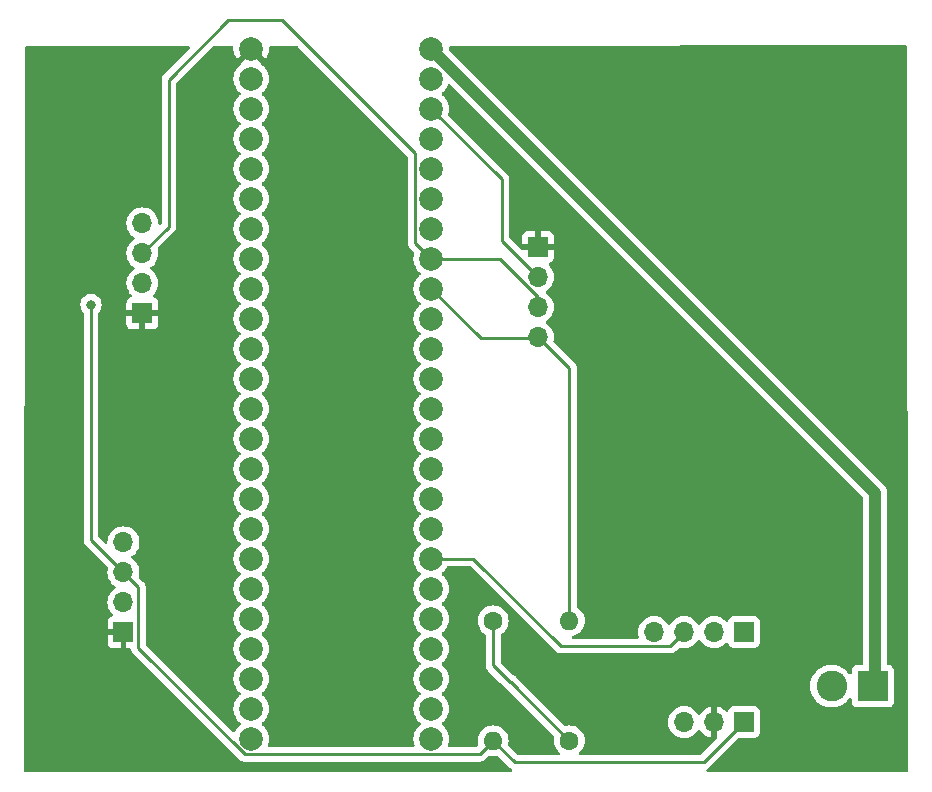
<source format=gbr>
%TF.GenerationSoftware,KiCad,Pcbnew,7.0.7*%
%TF.CreationDate,2023-12-05T11:38:15-05:00*%
%TF.ProjectId,master-board,6d617374-6572-42d6-926f-6172642e6b69,rev?*%
%TF.SameCoordinates,Original*%
%TF.FileFunction,Copper,L1,Top*%
%TF.FilePolarity,Positive*%
%FSLAX46Y46*%
G04 Gerber Fmt 4.6, Leading zero omitted, Abs format (unit mm)*
G04 Created by KiCad (PCBNEW 7.0.7) date 2023-12-05 11:38:15*
%MOMM*%
%LPD*%
G01*
G04 APERTURE LIST*
%TA.AperFunction,ComponentPad*%
%ADD10R,1.700000X1.700000*%
%TD*%
%TA.AperFunction,ComponentPad*%
%ADD11O,1.700000X1.700000*%
%TD*%
%TA.AperFunction,ComponentPad*%
%ADD12C,1.600000*%
%TD*%
%TA.AperFunction,ComponentPad*%
%ADD13O,1.600000X1.600000*%
%TD*%
%TA.AperFunction,ComponentPad*%
%ADD14C,2.000000*%
%TD*%
%TA.AperFunction,ComponentPad*%
%ADD15R,2.600000X2.600000*%
%TD*%
%TA.AperFunction,ComponentPad*%
%ADD16C,2.600000*%
%TD*%
%TA.AperFunction,ViaPad*%
%ADD17C,0.800000*%
%TD*%
%TA.AperFunction,Conductor*%
%ADD18C,0.250000*%
%TD*%
%TA.AperFunction,Conductor*%
%ADD19C,1.000000*%
%TD*%
G04 APERTURE END LIST*
D10*
%TO.P,J5,1,Pin_1*%
%TO.N,GND*%
X116950000Y-113000000D03*
D11*
%TO.P,J5,2,Pin_2*%
%TO.N,/SDA*%
X116950000Y-110460000D03*
%TO.P,J5,3,Pin_3*%
%TO.N,/SCL*%
X116950000Y-107920000D03*
%TO.P,J5,4,Pin_4*%
%TO.N,/3.3V*%
X116950000Y-105380000D03*
%TD*%
D12*
%TO.P,R2,1*%
%TO.N,/3.3V*%
X148250000Y-112020000D03*
D13*
%TO.P,R2,2*%
%TO.N,/SCL*%
X148250000Y-122180000D03*
%TD*%
D10*
%TO.P,J2,1,Pin_1*%
%TO.N,/BMP_INT*%
X169500000Y-112980000D03*
D11*
%TO.P,J2,2,Pin_2*%
%TO.N,/BMP_CS*%
X166960000Y-112980000D03*
%TO.P,J2,3,Pin_3*%
%TO.N,/BMP_I2C_ADDR*%
X164420000Y-112980000D03*
%TO.P,J2,4,Pin_4*%
%TO.N,/SDA*%
X161880000Y-112980000D03*
%TD*%
D10*
%TO.P,J6,1,Pin_1*%
%TO.N,GND*%
X118550000Y-85990000D03*
D11*
%TO.P,J6,2,Pin_2*%
%TO.N,/3.3V*%
X118550000Y-83450000D03*
%TO.P,J6,3,Pin_3*%
%TO.N,/SCL*%
X118550000Y-80910000D03*
%TO.P,J6,4,Pin_4*%
%TO.N,/SDA*%
X118550000Y-78370000D03*
%TD*%
D10*
%TO.P,J3,1,Pin_1*%
%TO.N,/SCL*%
X169500000Y-120600000D03*
D11*
%TO.P,J3,2,Pin_2*%
%TO.N,GND*%
X166960000Y-120600000D03*
%TO.P,J3,3,Pin_3*%
%TO.N,/3.3V*%
X164420000Y-120600000D03*
%TD*%
D10*
%TO.P,J4,1,Pin_1*%
%TO.N,GND*%
X152050000Y-80380000D03*
D11*
%TO.P,J4,2,Pin_2*%
%TO.N,/3.3V*%
X152050000Y-82920000D03*
%TO.P,J4,3,Pin_3*%
%TO.N,/SCL*%
X152050000Y-85460000D03*
%TO.P,J4,4,Pin_4*%
%TO.N,/SDA*%
X152050000Y-88000000D03*
%TD*%
D14*
%TO.P,Teensy4.1,0,GND*%
%TO.N,GND*%
X127760000Y-63580000D03*
%TO.P,Teensy4.1,1,RX1*%
%TO.N,unconnected-(Teensy4.1-RX1-Pad1)*%
X127760000Y-66120000D03*
%TO.P,Teensy4.1,2,TX1*%
%TO.N,unconnected-(Teensy4.1-TX1-Pad2)*%
X127760000Y-68660000D03*
%TO.P,Teensy4.1,3,PWM*%
%TO.N,unconnected-(Teensy4.1-PWM-Pad3)*%
X127760000Y-71200000D03*
%TO.P,Teensy4.1,4,PWM*%
%TO.N,unconnected-(Teensy4.1-PWM-Pad4)*%
X127760000Y-73740000D03*
%TO.P,Teensy4.1,5,PWM*%
%TO.N,unconnected-(Teensy4.1-PWM-Pad5)*%
X127760000Y-76280000D03*
%TO.P,Teensy4.1,6,PWM*%
%TO.N,unconnected-(Teensy4.1-PWM-Pad6)*%
X127760000Y-78820000D03*
%TO.P,Teensy4.1,7,PWM*%
%TO.N,unconnected-(Teensy4.1-PWM-Pad7)*%
X127760000Y-81360000D03*
%TO.P,Teensy4.1,8,RX2*%
%TO.N,unconnected-(Teensy4.1-RX2-Pad8)*%
X127760000Y-83900000D03*
%TO.P,Teensy4.1,9,TX2*%
%TO.N,unconnected-(Teensy4.1-TX2-Pad9)*%
X127760000Y-86440000D03*
%TO.P,Teensy4.1,10,PWM*%
%TO.N,unconnected-(Teensy4.1-PWM-Pad10)*%
X127760000Y-88980000D03*
%TO.P,Teensy4.1,11,CS*%
%TO.N,unconnected-(Teensy4.1-CS-Pad11)*%
X127760000Y-91520000D03*
%TO.P,Teensy4.1,12,MOSI*%
%TO.N,unconnected-(Teensy4.1-MOSI-Pad12)*%
X127760000Y-94060000D03*
%TO.P,Teensy4.1,13,MISO*%
%TO.N,unconnected-(Teensy4.1-MISO-Pad13)*%
X127760000Y-96600000D03*
%TO.P,Teensy4.1,14,3.3V*%
%TO.N,unconnected-(Teensy4.1-3.3V-Pad14)*%
X127760000Y-99140000D03*
%TO.P,Teensy4.1,15,SCL2*%
%TO.N,unconnected-(Teensy4.1-SCL2-Pad15)*%
X127760000Y-101680000D03*
%TO.P,Teensy4.1,16,SDA2*%
%TO.N,unconnected-(Teensy4.1-SDA2-Pad16)*%
X127760000Y-104220000D03*
%TO.P,Teensy4.1,17,MOSI1*%
%TO.N,unconnected-(Teensy4.1-MOSI1-Pad17)*%
X127760000Y-106760000D03*
%TO.P,Teensy4.1,18,SCK1*%
%TO.N,unconnected-(Teensy4.1-SCK1-Pad18)*%
X127760000Y-109300000D03*
%TO.P,Teensy4.1,19,RX7*%
%TO.N,unconnected-(Teensy4.1-RX7-Pad19)*%
X127760000Y-111840000D03*
%TO.P,Teensy4.1,20,TX7*%
%TO.N,unconnected-(Teensy4.1-TX7-Pad20)*%
X127760000Y-114380000D03*
%TO.P,Teensy4.1,21,GPIO*%
%TO.N,unconnected-(Teensy4.1-GPIO-Pad21)*%
X127760000Y-116920000D03*
%TO.P,Teensy4.1,22,GPIO*%
%TO.N,unconnected-(Teensy4.1-GPIO-Pad22)*%
X127760000Y-119460000D03*
%TO.P,Teensy4.1,23,GPIO*%
%TO.N,unconnected-(Teensy4.1-GPIO-Pad23)*%
X127760000Y-122000000D03*
%TO.P,Teensy4.1,24,PWM*%
%TO.N,unconnected-(Teensy4.1-PWM-Pad24)*%
X143000000Y-122000000D03*
%TO.P,Teensy4.1,25,RX8*%
%TO.N,unconnected-(Teensy4.1-RX8-Pad25)*%
X143000000Y-119460000D03*
%TO.P,Teensy4.1,26,TX8*%
%TO.N,unconnected-(Teensy4.1-TX8-Pad26)*%
X143000000Y-116920000D03*
%TO.P,Teensy4.1,27,PWM*%
%TO.N,unconnected-(Teensy4.1-PWM-Pad27)*%
X143000000Y-114380000D03*
%TO.P,Teensy4.1,28,PWM*%
%TO.N,/BMP_INT*%
X143000000Y-111840000D03*
%TO.P,Teensy4.1,29,CS1*%
%TO.N,/BMP_CS*%
X143000000Y-109300000D03*
%TO.P,Teensy4.1,30,MISO*%
%TO.N,/BMP_I2C_ADDR*%
X143000000Y-106760000D03*
%TO.P,Teensy4.1,31,A16*%
%TO.N,unconnected-(Teensy4.1-A16-Pad31)*%
X143000000Y-104220000D03*
%TO.P,Teensy4.1,32,A17*%
%TO.N,unconnected-(Teensy4.1-A17-Pad32)*%
X143000000Y-101680000D03*
%TO.P,Teensy4.1,33,GND*%
%TO.N,unconnected-(Teensy4.1-GND-Pad33)*%
X143000000Y-99140000D03*
%TO.P,Teensy4.1,34,SCK*%
%TO.N,unconnected-(Teensy4.1-SCK-Pad34)*%
X143000000Y-96600000D03*
%TO.P,Teensy4.1,35,A0*%
%TO.N,unconnected-(Teensy4.1-A0-Pad35)*%
X143000000Y-94060000D03*
%TO.P,Teensy4.1,36,A1*%
%TO.N,unconnected-(Teensy4.1-A1-Pad36)*%
X143000000Y-91520000D03*
%TO.P,Teensy4.1,37,A2*%
%TO.N,unconnected-(Teensy4.1-A2-Pad37)*%
X143000000Y-88980000D03*
%TO.P,Teensy4.1,38,A3*%
%TO.N,unconnected-(Teensy4.1-A3-Pad38)*%
X143000000Y-86440000D03*
%TO.P,Teensy4.1,39,SDA*%
%TO.N,/SDA*%
X143000000Y-83900000D03*
%TO.P,Teensy4.1,40,SCL*%
%TO.N,/SCL*%
X143000000Y-81360000D03*
%TO.P,Teensy4.1,41,TX5*%
%TO.N,unconnected-(Teensy4.1-TX5-Pad41)*%
X143000000Y-78820000D03*
%TO.P,Teensy4.1,42,RX5*%
%TO.N,unconnected-(Teensy4.1-RX5-Pad42)*%
X143000000Y-76280000D03*
%TO.P,Teensy4.1,43,PWM*%
%TO.N,unconnected-(Teensy4.1-PWM-Pad43)*%
X143000000Y-73740000D03*
%TO.P,Teensy4.1,44,PWM*%
%TO.N,unconnected-(Teensy4.1-PWM-Pad44)*%
X143000000Y-71200000D03*
%TO.P,Teensy4.1,45,3.3V*%
%TO.N,/3.3V*%
X143000000Y-68660000D03*
%TO.P,Teensy4.1,46,GND*%
%TO.N,Net-(J1-Pin_2)*%
X143000000Y-66120000D03*
%TO.P,Teensy4.1,47,Vin*%
%TO.N,Net-(J1-Pin_1)*%
X143000000Y-63580000D03*
%TD*%
D15*
%TO.P,J1,1,Pin_1*%
%TO.N,Net-(J1-Pin_1)*%
X180400000Y-117555000D03*
D16*
%TO.P,J1,2,Pin_2*%
%TO.N,Net-(J1-Pin_2)*%
X176900000Y-117555000D03*
%TD*%
D12*
%TO.P,R1,1*%
%TO.N,/3.3V*%
X154700000Y-122180000D03*
D13*
%TO.P,R1,2*%
%TO.N,/SDA*%
X154700000Y-112020000D03*
%TD*%
D17*
%TO.N,/SCL*%
X114200000Y-85260000D03*
%TD*%
D18*
%TO.N,/3.3V*%
X149000000Y-74660000D02*
X143000000Y-68660000D01*
X149000000Y-79870000D02*
X149000000Y-74660000D01*
X152050000Y-82920000D02*
X149000000Y-79870000D01*
%TO.N,/SDA*%
X152050000Y-88000000D02*
X151950000Y-88100000D01*
X154700000Y-112020000D02*
X154700000Y-90650000D01*
X154700000Y-90650000D02*
X152050000Y-88000000D01*
X151950000Y-88100000D02*
X147200000Y-88100000D01*
X147200000Y-88100000D02*
X143000000Y-83900000D01*
%TO.N,/SCL*%
X152050000Y-84610000D02*
X152050000Y-85460000D01*
X148800000Y-81360000D02*
X152050000Y-84610000D01*
X143000000Y-81360000D02*
X148800000Y-81360000D01*
D19*
%TO.N,Net-(J1-Pin_1)*%
X180600000Y-117355000D02*
X180400000Y-117555000D01*
X180600000Y-101180000D02*
X180600000Y-117355000D01*
X143000000Y-63580000D02*
X180600000Y-101180000D01*
D18*
%TO.N,/BMP_I2C_ADDR*%
X146560000Y-106760000D02*
X143000000Y-106760000D01*
X163245000Y-114155000D02*
X153955000Y-114155000D01*
X153955000Y-114155000D02*
X146560000Y-106760000D01*
X164420000Y-112980000D02*
X163245000Y-114155000D01*
%TO.N,/SCL*%
X148250000Y-122180000D02*
X150070000Y-124000000D01*
X120800000Y-66200000D02*
X125800000Y-61200000D01*
X127211167Y-123325000D02*
X118200000Y-114313833D01*
X141650000Y-80010000D02*
X143000000Y-81360000D01*
X118550000Y-80910000D02*
X118550000Y-80900000D01*
X118200000Y-114313833D02*
X118200000Y-109170000D01*
X125800000Y-61200000D02*
X130400000Y-61200000D01*
X147105000Y-123325000D02*
X127211167Y-123325000D01*
X166100000Y-124000000D02*
X169500000Y-120600000D01*
X120800000Y-78650000D02*
X120800000Y-66200000D01*
X150070000Y-124000000D02*
X166100000Y-124000000D01*
X118550000Y-80900000D02*
X120800000Y-78650000D01*
X118200000Y-109170000D02*
X116950000Y-107920000D01*
X130400000Y-61200000D02*
X141650000Y-72450000D01*
X116950000Y-107920000D02*
X114200000Y-105170000D01*
X141650000Y-72450000D02*
X141650000Y-80010000D01*
X114200000Y-105170000D02*
X114200000Y-85260000D01*
X148250000Y-122180000D02*
X147105000Y-123325000D01*
%TO.N,/3.3V*%
X154700000Y-122180000D02*
X149720000Y-117200000D01*
X149720000Y-117200000D02*
X149650000Y-117200000D01*
X148250000Y-115800000D02*
X148250000Y-112020000D01*
X149650000Y-117200000D02*
X148250000Y-115800000D01*
%TD*%
%TA.AperFunction,Conductor*%
%TO.N,GND*%
G36*
X126203919Y-63396118D02*
G01*
X126249744Y-63448861D01*
X126260596Y-63510762D01*
X126254859Y-63580005D01*
X126275385Y-63827729D01*
X126275387Y-63827738D01*
X126336412Y-64068717D01*
X126436266Y-64296364D01*
X126536564Y-64449882D01*
X127143814Y-63842631D01*
X127205137Y-63809146D01*
X127274828Y-63814130D01*
X127330762Y-63856001D01*
X127335810Y-63863272D01*
X127370603Y-63917410D01*
X127370603Y-63917411D01*
X127487219Y-64018460D01*
X127524993Y-64077239D01*
X127524993Y-64147108D01*
X127493697Y-64199854D01*
X126889942Y-64803609D01*
X126891343Y-64826177D01*
X126875850Y-64894307D01*
X126843744Y-64931713D01*
X126740258Y-65012260D01*
X126571833Y-65195217D01*
X126435826Y-65403393D01*
X126335936Y-65631118D01*
X126274892Y-65872175D01*
X126274890Y-65872187D01*
X126254357Y-66119994D01*
X126254357Y-66120005D01*
X126274890Y-66367812D01*
X126274892Y-66367824D01*
X126335936Y-66608881D01*
X126435826Y-66836606D01*
X126571833Y-67044782D01*
X126571836Y-67044785D01*
X126740256Y-67227738D01*
X126823008Y-67292147D01*
X126863821Y-67348857D01*
X126867496Y-67418630D01*
X126832864Y-67479313D01*
X126823014Y-67487848D01*
X126764400Y-67533469D01*
X126740257Y-67552261D01*
X126571833Y-67735217D01*
X126435826Y-67943393D01*
X126335936Y-68171118D01*
X126274892Y-68412175D01*
X126274890Y-68412187D01*
X126254357Y-68659994D01*
X126254357Y-68660005D01*
X126274890Y-68907812D01*
X126274892Y-68907824D01*
X126335936Y-69148881D01*
X126435826Y-69376606D01*
X126571833Y-69584782D01*
X126571836Y-69584785D01*
X126740256Y-69767738D01*
X126823008Y-69832147D01*
X126863821Y-69888857D01*
X126867496Y-69958630D01*
X126832864Y-70019313D01*
X126823014Y-70027848D01*
X126764400Y-70073469D01*
X126740257Y-70092261D01*
X126571833Y-70275217D01*
X126435826Y-70483393D01*
X126335936Y-70711118D01*
X126274892Y-70952175D01*
X126274890Y-70952187D01*
X126254357Y-71199994D01*
X126254357Y-71200005D01*
X126274890Y-71447812D01*
X126274892Y-71447824D01*
X126335936Y-71688881D01*
X126435826Y-71916606D01*
X126571833Y-72124782D01*
X126571836Y-72124785D01*
X126740256Y-72307738D01*
X126823008Y-72372147D01*
X126863821Y-72428857D01*
X126867496Y-72498630D01*
X126832864Y-72559313D01*
X126823014Y-72567848D01*
X126764400Y-72613469D01*
X126740257Y-72632261D01*
X126571833Y-72815217D01*
X126435826Y-73023393D01*
X126335936Y-73251118D01*
X126274892Y-73492175D01*
X126274890Y-73492187D01*
X126254357Y-73739994D01*
X126254357Y-73740005D01*
X126274890Y-73987812D01*
X126274892Y-73987824D01*
X126335936Y-74228881D01*
X126435826Y-74456606D01*
X126571833Y-74664782D01*
X126571836Y-74664785D01*
X126740256Y-74847738D01*
X126823008Y-74912147D01*
X126863821Y-74968857D01*
X126867496Y-75038630D01*
X126832864Y-75099313D01*
X126823014Y-75107848D01*
X126764400Y-75153469D01*
X126740257Y-75172261D01*
X126571833Y-75355217D01*
X126435826Y-75563393D01*
X126335936Y-75791118D01*
X126274892Y-76032175D01*
X126274890Y-76032187D01*
X126254357Y-76279994D01*
X126254357Y-76280005D01*
X126274890Y-76527812D01*
X126274892Y-76527824D01*
X126335936Y-76768881D01*
X126435826Y-76996606D01*
X126571833Y-77204782D01*
X126571836Y-77204785D01*
X126740256Y-77387738D01*
X126823008Y-77452147D01*
X126863821Y-77508857D01*
X126867496Y-77578630D01*
X126832864Y-77639313D01*
X126823014Y-77647848D01*
X126766071Y-77692169D01*
X126740257Y-77712261D01*
X126571833Y-77895217D01*
X126435826Y-78103393D01*
X126335936Y-78331118D01*
X126274892Y-78572175D01*
X126274890Y-78572187D01*
X126254357Y-78819994D01*
X126254357Y-78820005D01*
X126274890Y-79067812D01*
X126274892Y-79067824D01*
X126335936Y-79308881D01*
X126435826Y-79536606D01*
X126571833Y-79744782D01*
X126571836Y-79744785D01*
X126740256Y-79927738D01*
X126823008Y-79992147D01*
X126863821Y-80048857D01*
X126867496Y-80118630D01*
X126832864Y-80179313D01*
X126823014Y-80187848D01*
X126740256Y-80252262D01*
X126732774Y-80260390D01*
X126571833Y-80435217D01*
X126435826Y-80643393D01*
X126335936Y-80871118D01*
X126274892Y-81112175D01*
X126274890Y-81112187D01*
X126254357Y-81359994D01*
X126254357Y-81360005D01*
X126274890Y-81607812D01*
X126274892Y-81607824D01*
X126335936Y-81848881D01*
X126435826Y-82076606D01*
X126571833Y-82284782D01*
X126571836Y-82284785D01*
X126740256Y-82467738D01*
X126823008Y-82532147D01*
X126863821Y-82588857D01*
X126867496Y-82658630D01*
X126832864Y-82719313D01*
X126823014Y-82727848D01*
X126766071Y-82772169D01*
X126740257Y-82792261D01*
X126571833Y-82975217D01*
X126435826Y-83183393D01*
X126335936Y-83411118D01*
X126274892Y-83652175D01*
X126274890Y-83652187D01*
X126254357Y-83899994D01*
X126254357Y-83900005D01*
X126274890Y-84147812D01*
X126274892Y-84147824D01*
X126335936Y-84388881D01*
X126435826Y-84616606D01*
X126571833Y-84824782D01*
X126571836Y-84824785D01*
X126740256Y-85007738D01*
X126823008Y-85072147D01*
X126863821Y-85128857D01*
X126867496Y-85198630D01*
X126832864Y-85259313D01*
X126823014Y-85267848D01*
X126764400Y-85313469D01*
X126740257Y-85332261D01*
X126571833Y-85515217D01*
X126435826Y-85723393D01*
X126335936Y-85951118D01*
X126274892Y-86192175D01*
X126274890Y-86192187D01*
X126254357Y-86439994D01*
X126254357Y-86440005D01*
X126274890Y-86687812D01*
X126274892Y-86687824D01*
X126335936Y-86928881D01*
X126435826Y-87156606D01*
X126571833Y-87364782D01*
X126571836Y-87364785D01*
X126740256Y-87547738D01*
X126823008Y-87612147D01*
X126863821Y-87668857D01*
X126867496Y-87738630D01*
X126832864Y-87799313D01*
X126823014Y-87807848D01*
X126764400Y-87853469D01*
X126740257Y-87872261D01*
X126571833Y-88055217D01*
X126435826Y-88263393D01*
X126335936Y-88491118D01*
X126274892Y-88732175D01*
X126274890Y-88732187D01*
X126254357Y-88979994D01*
X126254357Y-88980005D01*
X126274890Y-89227812D01*
X126274892Y-89227824D01*
X126335936Y-89468881D01*
X126435826Y-89696606D01*
X126571833Y-89904782D01*
X126571836Y-89904785D01*
X126740256Y-90087738D01*
X126823008Y-90152147D01*
X126863821Y-90208857D01*
X126867496Y-90278630D01*
X126832864Y-90339313D01*
X126823014Y-90347848D01*
X126778660Y-90382371D01*
X126740257Y-90412261D01*
X126571833Y-90595217D01*
X126435826Y-90803393D01*
X126335936Y-91031118D01*
X126274892Y-91272175D01*
X126274890Y-91272187D01*
X126254357Y-91519994D01*
X126254357Y-91520005D01*
X126274890Y-91767812D01*
X126274892Y-91767824D01*
X126335936Y-92008881D01*
X126435826Y-92236606D01*
X126571833Y-92444782D01*
X126571836Y-92444785D01*
X126740256Y-92627738D01*
X126823008Y-92692147D01*
X126863821Y-92748857D01*
X126867496Y-92818630D01*
X126832864Y-92879313D01*
X126823014Y-92887848D01*
X126764400Y-92933469D01*
X126740257Y-92952261D01*
X126571833Y-93135217D01*
X126435826Y-93343393D01*
X126335936Y-93571118D01*
X126274892Y-93812175D01*
X126274890Y-93812187D01*
X126254357Y-94059994D01*
X126254357Y-94060005D01*
X126274890Y-94307812D01*
X126274892Y-94307824D01*
X126335936Y-94548881D01*
X126435826Y-94776606D01*
X126571833Y-94984782D01*
X126571836Y-94984785D01*
X126740256Y-95167738D01*
X126823008Y-95232146D01*
X126863820Y-95288856D01*
X126867495Y-95358629D01*
X126832864Y-95419312D01*
X126823009Y-95427852D01*
X126740255Y-95492262D01*
X126571833Y-95675217D01*
X126435826Y-95883393D01*
X126335936Y-96111118D01*
X126274892Y-96352175D01*
X126274890Y-96352187D01*
X126254357Y-96599994D01*
X126254357Y-96600005D01*
X126274890Y-96847812D01*
X126274892Y-96847824D01*
X126335936Y-97088881D01*
X126435826Y-97316606D01*
X126571833Y-97524782D01*
X126571836Y-97524785D01*
X126740256Y-97707738D01*
X126823008Y-97772147D01*
X126863821Y-97828857D01*
X126867496Y-97898630D01*
X126832864Y-97959313D01*
X126823014Y-97967848D01*
X126764400Y-98013469D01*
X126740257Y-98032261D01*
X126571833Y-98215217D01*
X126435826Y-98423393D01*
X126335936Y-98651118D01*
X126274892Y-98892175D01*
X126274890Y-98892187D01*
X126254357Y-99139994D01*
X126254357Y-99140005D01*
X126274890Y-99387812D01*
X126274892Y-99387824D01*
X126335936Y-99628881D01*
X126435826Y-99856606D01*
X126571833Y-100064782D01*
X126571836Y-100064785D01*
X126740256Y-100247738D01*
X126823008Y-100312147D01*
X126863821Y-100368857D01*
X126867496Y-100438630D01*
X126832864Y-100499313D01*
X126823014Y-100507848D01*
X126775953Y-100544478D01*
X126740257Y-100572261D01*
X126571833Y-100755217D01*
X126435826Y-100963393D01*
X126335936Y-101191118D01*
X126274892Y-101432175D01*
X126274890Y-101432187D01*
X126254357Y-101679994D01*
X126254357Y-101680005D01*
X126274890Y-101927812D01*
X126274892Y-101927824D01*
X126335936Y-102168881D01*
X126435826Y-102396606D01*
X126571833Y-102604782D01*
X126571836Y-102604785D01*
X126740256Y-102787738D01*
X126823008Y-102852147D01*
X126863821Y-102908857D01*
X126867496Y-102978630D01*
X126832864Y-103039313D01*
X126823014Y-103047848D01*
X126764400Y-103093469D01*
X126740257Y-103112261D01*
X126571833Y-103295217D01*
X126435826Y-103503393D01*
X126335936Y-103731118D01*
X126274892Y-103972175D01*
X126274890Y-103972187D01*
X126254357Y-104219994D01*
X126254357Y-104220005D01*
X126274890Y-104467812D01*
X126274892Y-104467824D01*
X126335936Y-104708881D01*
X126435826Y-104936606D01*
X126571833Y-105144782D01*
X126571836Y-105144785D01*
X126740256Y-105327738D01*
X126823008Y-105392147D01*
X126863821Y-105448857D01*
X126867496Y-105518630D01*
X126832864Y-105579313D01*
X126823014Y-105587848D01*
X126787606Y-105615408D01*
X126740257Y-105652261D01*
X126571833Y-105835217D01*
X126435826Y-106043393D01*
X126335936Y-106271118D01*
X126274892Y-106512175D01*
X126274890Y-106512187D01*
X126254357Y-106759994D01*
X126254357Y-106760005D01*
X126274890Y-107007812D01*
X126274892Y-107007824D01*
X126335936Y-107248881D01*
X126435826Y-107476606D01*
X126571833Y-107684782D01*
X126571836Y-107684785D01*
X126740256Y-107867738D01*
X126823008Y-107932147D01*
X126863821Y-107988857D01*
X126867496Y-108058630D01*
X126832864Y-108119313D01*
X126823014Y-108127848D01*
X126787606Y-108155408D01*
X126740257Y-108192261D01*
X126571833Y-108375217D01*
X126435826Y-108583393D01*
X126335936Y-108811118D01*
X126274892Y-109052175D01*
X126274890Y-109052187D01*
X126254357Y-109299994D01*
X126254357Y-109300005D01*
X126274890Y-109547812D01*
X126274892Y-109547824D01*
X126335936Y-109788881D01*
X126435826Y-110016606D01*
X126571833Y-110224782D01*
X126571836Y-110224785D01*
X126740256Y-110407738D01*
X126823008Y-110472147D01*
X126863821Y-110528857D01*
X126867496Y-110598630D01*
X126832864Y-110659313D01*
X126823014Y-110667848D01*
X126787606Y-110695408D01*
X126740257Y-110732261D01*
X126571833Y-110915217D01*
X126435826Y-111123393D01*
X126335936Y-111351118D01*
X126274892Y-111592175D01*
X126274890Y-111592187D01*
X126254357Y-111839994D01*
X126254357Y-111840005D01*
X126274890Y-112087812D01*
X126274892Y-112087824D01*
X126335936Y-112328881D01*
X126435826Y-112556606D01*
X126571833Y-112764782D01*
X126571836Y-112764785D01*
X126740256Y-112947738D01*
X126823008Y-113012147D01*
X126863821Y-113068857D01*
X126867496Y-113138630D01*
X126832864Y-113199313D01*
X126823014Y-113207848D01*
X126775692Y-113244681D01*
X126740257Y-113272261D01*
X126571833Y-113455217D01*
X126435826Y-113663393D01*
X126335936Y-113891118D01*
X126274892Y-114132175D01*
X126274890Y-114132187D01*
X126254357Y-114379994D01*
X126254357Y-114380005D01*
X126274890Y-114627812D01*
X126274892Y-114627824D01*
X126335936Y-114868881D01*
X126435826Y-115096606D01*
X126571833Y-115304782D01*
X126571836Y-115304785D01*
X126740256Y-115487738D01*
X126823008Y-115552146D01*
X126863820Y-115608856D01*
X126867495Y-115678629D01*
X126832864Y-115739312D01*
X126823009Y-115747852D01*
X126740255Y-115812262D01*
X126571833Y-115995217D01*
X126435826Y-116203393D01*
X126335936Y-116431118D01*
X126274892Y-116672175D01*
X126274890Y-116672187D01*
X126254357Y-116919994D01*
X126254357Y-116920005D01*
X126274890Y-117167812D01*
X126274892Y-117167824D01*
X126335936Y-117408881D01*
X126435826Y-117636606D01*
X126571833Y-117844782D01*
X126571836Y-117844785D01*
X126740256Y-118027738D01*
X126823008Y-118092147D01*
X126863821Y-118148857D01*
X126867496Y-118218630D01*
X126832864Y-118279313D01*
X126823014Y-118287848D01*
X126764400Y-118333469D01*
X126740257Y-118352261D01*
X126571833Y-118535217D01*
X126435826Y-118743393D01*
X126335936Y-118971118D01*
X126274892Y-119212175D01*
X126274890Y-119212187D01*
X126254357Y-119459994D01*
X126254357Y-119460005D01*
X126274890Y-119707812D01*
X126274892Y-119707824D01*
X126335936Y-119948881D01*
X126435826Y-120176606D01*
X126571833Y-120384782D01*
X126571836Y-120384785D01*
X126740256Y-120567738D01*
X126823008Y-120632147D01*
X126863821Y-120688857D01*
X126867496Y-120758630D01*
X126832864Y-120819313D01*
X126823014Y-120827848D01*
X126813296Y-120835413D01*
X126740257Y-120892261D01*
X126571833Y-121075217D01*
X126435827Y-121283391D01*
X126392357Y-121382493D01*
X126347400Y-121435978D01*
X126280664Y-121456668D01*
X126213336Y-121437993D01*
X126191120Y-121420363D01*
X122573950Y-117803193D01*
X118861819Y-114091061D01*
X118828334Y-114029738D01*
X118825500Y-114003380D01*
X118825500Y-109252742D01*
X118827224Y-109237122D01*
X118826939Y-109237096D01*
X118827671Y-109229340D01*
X118827673Y-109229333D01*
X118825500Y-109160185D01*
X118825500Y-109130650D01*
X118824631Y-109123772D01*
X118824172Y-109117943D01*
X118822709Y-109071372D01*
X118817122Y-109052144D01*
X118813174Y-109033084D01*
X118810663Y-109013204D01*
X118793512Y-108969887D01*
X118791619Y-108964358D01*
X118778618Y-108919609D01*
X118778616Y-108919606D01*
X118768423Y-108902371D01*
X118759861Y-108884894D01*
X118752487Y-108866270D01*
X118752486Y-108866268D01*
X118725079Y-108828545D01*
X118721888Y-108823686D01*
X118698172Y-108783583D01*
X118698165Y-108783574D01*
X118684006Y-108769415D01*
X118671368Y-108754619D01*
X118659594Y-108738413D01*
X118623688Y-108708709D01*
X118619376Y-108704786D01*
X118290237Y-108375647D01*
X118256752Y-108314324D01*
X118258143Y-108255872D01*
X118285063Y-108155408D01*
X118305659Y-107920000D01*
X118285063Y-107684592D01*
X118223903Y-107456337D01*
X118124035Y-107242171D01*
X117988495Y-107048599D01*
X117988494Y-107048597D01*
X117821402Y-106881506D01*
X117821396Y-106881501D01*
X117635842Y-106751575D01*
X117592217Y-106696998D01*
X117585023Y-106627500D01*
X117616546Y-106565145D01*
X117635842Y-106548425D01*
X117687595Y-106512187D01*
X117821401Y-106418495D01*
X117988495Y-106251401D01*
X118124035Y-106057830D01*
X118223903Y-105843663D01*
X118285063Y-105615408D01*
X118305659Y-105380000D01*
X118285063Y-105144592D01*
X118223903Y-104916337D01*
X118124035Y-104702171D01*
X117988495Y-104508599D01*
X117988494Y-104508597D01*
X117821402Y-104341506D01*
X117821395Y-104341501D01*
X117627834Y-104205967D01*
X117627830Y-104205965D01*
X117627828Y-104205964D01*
X117413663Y-104106097D01*
X117413659Y-104106096D01*
X117413655Y-104106094D01*
X117185413Y-104044938D01*
X117185403Y-104044936D01*
X116950001Y-104024341D01*
X116949999Y-104024341D01*
X116714596Y-104044936D01*
X116714586Y-104044938D01*
X116486344Y-104106094D01*
X116486335Y-104106098D01*
X116272171Y-104205964D01*
X116272169Y-104205965D01*
X116078597Y-104341505D01*
X115911505Y-104508597D01*
X115775965Y-104702169D01*
X115775964Y-104702171D01*
X115676098Y-104916335D01*
X115676094Y-104916344D01*
X115614938Y-105144586D01*
X115614936Y-105144596D01*
X115594341Y-105379999D01*
X115594341Y-105380388D01*
X115594292Y-105380553D01*
X115593869Y-105385394D01*
X115592896Y-105385308D01*
X115574656Y-105447427D01*
X115521852Y-105493182D01*
X115452694Y-105503126D01*
X115389138Y-105474101D01*
X115382660Y-105468069D01*
X114861819Y-104947228D01*
X114828334Y-104885905D01*
X114825500Y-104859547D01*
X114825500Y-85958687D01*
X114845185Y-85891648D01*
X114857350Y-85875715D01*
X114875891Y-85855122D01*
X114932533Y-85792216D01*
X115027179Y-85628284D01*
X115085674Y-85448256D01*
X115105460Y-85260000D01*
X115085674Y-85071744D01*
X115027179Y-84891716D01*
X114932533Y-84727784D01*
X114805871Y-84587112D01*
X114805870Y-84587111D01*
X114652734Y-84475851D01*
X114652729Y-84475848D01*
X114479807Y-84398857D01*
X114479802Y-84398855D01*
X114334000Y-84367865D01*
X114294646Y-84359500D01*
X114105354Y-84359500D01*
X114072897Y-84366398D01*
X113920197Y-84398855D01*
X113920192Y-84398857D01*
X113747270Y-84475848D01*
X113747265Y-84475851D01*
X113594129Y-84587111D01*
X113467466Y-84727785D01*
X113372821Y-84891715D01*
X113372818Y-84891722D01*
X113314327Y-85071740D01*
X113314326Y-85071744D01*
X113294540Y-85260000D01*
X113314326Y-85448256D01*
X113314327Y-85448259D01*
X113372818Y-85628277D01*
X113372821Y-85628284D01*
X113467466Y-85792215D01*
X113542649Y-85875715D01*
X113572879Y-85938707D01*
X113574499Y-85958687D01*
X113574499Y-105087261D01*
X113572776Y-105102878D01*
X113573060Y-105102905D01*
X113572326Y-105110664D01*
X113574500Y-105179814D01*
X113574500Y-105209343D01*
X113574501Y-105209360D01*
X113575368Y-105216231D01*
X113575826Y-105222050D01*
X113577290Y-105268624D01*
X113577291Y-105268627D01*
X113582880Y-105287867D01*
X113586824Y-105306911D01*
X113589336Y-105326791D01*
X113606490Y-105370119D01*
X113608382Y-105375647D01*
X113621381Y-105420388D01*
X113631580Y-105437634D01*
X113640138Y-105455103D01*
X113647514Y-105473732D01*
X113674898Y-105511423D01*
X113678106Y-105516307D01*
X113701827Y-105556416D01*
X113701833Y-105556424D01*
X113715990Y-105570580D01*
X113728628Y-105585376D01*
X113740405Y-105601586D01*
X113740406Y-105601587D01*
X113776309Y-105631288D01*
X113780620Y-105635210D01*
X114699445Y-106554035D01*
X115609762Y-107464352D01*
X115643247Y-107525675D01*
X115641856Y-107584126D01*
X115614938Y-107684586D01*
X115614936Y-107684596D01*
X115594341Y-107919999D01*
X115594341Y-107920000D01*
X115614936Y-108155403D01*
X115614938Y-108155413D01*
X115676094Y-108383655D01*
X115676096Y-108383659D01*
X115676097Y-108383663D01*
X115769233Y-108583393D01*
X115775965Y-108597830D01*
X115775967Y-108597834D01*
X115853603Y-108708709D01*
X115906024Y-108783574D01*
X115911501Y-108791395D01*
X115911506Y-108791402D01*
X116078597Y-108958493D01*
X116078603Y-108958498D01*
X116264158Y-109088425D01*
X116307783Y-109143002D01*
X116314977Y-109212500D01*
X116283454Y-109274855D01*
X116264158Y-109291575D01*
X116078597Y-109421505D01*
X115911505Y-109588597D01*
X115775965Y-109782169D01*
X115775964Y-109782171D01*
X115676098Y-109996335D01*
X115676094Y-109996344D01*
X115614938Y-110224586D01*
X115614936Y-110224596D01*
X115594341Y-110459999D01*
X115594341Y-110460000D01*
X115614936Y-110695403D01*
X115614938Y-110695413D01*
X115676094Y-110923655D01*
X115676096Y-110923659D01*
X115676097Y-110923663D01*
X115769233Y-111123393D01*
X115775965Y-111137830D01*
X115775967Y-111137834D01*
X115911501Y-111331395D01*
X115911506Y-111331402D01*
X116033818Y-111453714D01*
X116067303Y-111515037D01*
X116062319Y-111584729D01*
X116020447Y-111640662D01*
X115989471Y-111657577D01*
X115857912Y-111706646D01*
X115857906Y-111706649D01*
X115742812Y-111792809D01*
X115742809Y-111792812D01*
X115656649Y-111907906D01*
X115656645Y-111907913D01*
X115606403Y-112042620D01*
X115606401Y-112042627D01*
X115600000Y-112102155D01*
X115600000Y-112750000D01*
X116336653Y-112750000D01*
X116403692Y-112769685D01*
X116449447Y-112822489D01*
X116459391Y-112891647D01*
X116455631Y-112908933D01*
X116450000Y-112928111D01*
X116450000Y-113071888D01*
X116455631Y-113091067D01*
X116455630Y-113160936D01*
X116417855Y-113219714D01*
X116354299Y-113248738D01*
X116336653Y-113250000D01*
X115600000Y-113250000D01*
X115600000Y-113897844D01*
X115606401Y-113957372D01*
X115606403Y-113957379D01*
X115656645Y-114092086D01*
X115656649Y-114092093D01*
X115742809Y-114207187D01*
X115742812Y-114207190D01*
X115857906Y-114293350D01*
X115857913Y-114293354D01*
X115992620Y-114343596D01*
X115992627Y-114343598D01*
X116052155Y-114349999D01*
X116052172Y-114350000D01*
X116700000Y-114350000D01*
X116700000Y-113612301D01*
X116719685Y-113545262D01*
X116772489Y-113499507D01*
X116841647Y-113489563D01*
X116914237Y-113500000D01*
X116914238Y-113500000D01*
X116985762Y-113500000D01*
X116985763Y-113500000D01*
X117058353Y-113489563D01*
X117127512Y-113499507D01*
X117180315Y-113545262D01*
X117200000Y-113612301D01*
X117200000Y-114350000D01*
X117464777Y-114350000D01*
X117531816Y-114369685D01*
X117577571Y-114422489D01*
X117587800Y-114458462D01*
X117589336Y-114470625D01*
X117606490Y-114513952D01*
X117608382Y-114519480D01*
X117621381Y-114564221D01*
X117631580Y-114581467D01*
X117640136Y-114598933D01*
X117646338Y-114614594D01*
X117647514Y-114617565D01*
X117674898Y-114655256D01*
X117678106Y-114660140D01*
X117701827Y-114700249D01*
X117701833Y-114700257D01*
X117715990Y-114714413D01*
X117728628Y-114729209D01*
X117737335Y-114741194D01*
X117740406Y-114745420D01*
X117767368Y-114767725D01*
X117776309Y-114775121D01*
X117780620Y-114779043D01*
X122245918Y-119244341D01*
X126710361Y-123708784D01*
X126720186Y-123721048D01*
X126720407Y-123720866D01*
X126725377Y-123726873D01*
X126725380Y-123726876D01*
X126725381Y-123726877D01*
X126775818Y-123774241D01*
X126796697Y-123795120D01*
X126802171Y-123799366D01*
X126806609Y-123803156D01*
X126840585Y-123835062D01*
X126840589Y-123835064D01*
X126858140Y-123844713D01*
X126874398Y-123855392D01*
X126890231Y-123867674D01*
X126912182Y-123877172D01*
X126933004Y-123886183D01*
X126938248Y-123888752D01*
X126979075Y-123911197D01*
X126998479Y-123916179D01*
X127016877Y-123922478D01*
X127035272Y-123930438D01*
X127081296Y-123937726D01*
X127086999Y-123938907D01*
X127132148Y-123950500D01*
X127152183Y-123950500D01*
X127171580Y-123952026D01*
X127191363Y-123955160D01*
X127237750Y-123950775D01*
X127243589Y-123950500D01*
X147022257Y-123950500D01*
X147037877Y-123952224D01*
X147037904Y-123951939D01*
X147045660Y-123952671D01*
X147045667Y-123952673D01*
X147114814Y-123950500D01*
X147144350Y-123950500D01*
X147151228Y-123949630D01*
X147157041Y-123949172D01*
X147203627Y-123947709D01*
X147222869Y-123942117D01*
X147241912Y-123938174D01*
X147261792Y-123935664D01*
X147305122Y-123918507D01*
X147310646Y-123916617D01*
X147314396Y-123915527D01*
X147355390Y-123903618D01*
X147372629Y-123893422D01*
X147390103Y-123884862D01*
X147408727Y-123877488D01*
X147408727Y-123877487D01*
X147408732Y-123877486D01*
X147446449Y-123850082D01*
X147451305Y-123846892D01*
X147491420Y-123823170D01*
X147505589Y-123808999D01*
X147520379Y-123796368D01*
X147536587Y-123784594D01*
X147566299Y-123748676D01*
X147570212Y-123744376D01*
X147835178Y-123479410D01*
X147896499Y-123445927D01*
X147954946Y-123447317D01*
X148023308Y-123465635D01*
X148180780Y-123479412D01*
X148249998Y-123485468D01*
X148250000Y-123485468D01*
X148250002Y-123485468D01*
X148319220Y-123479412D01*
X148476692Y-123465635D01*
X148545048Y-123447319D01*
X148614896Y-123448980D01*
X148664822Y-123479412D01*
X149569194Y-124383784D01*
X149579019Y-124396048D01*
X149579240Y-124395866D01*
X149584210Y-124401873D01*
X149584213Y-124401876D01*
X149584214Y-124401877D01*
X149634651Y-124449241D01*
X149655530Y-124470120D01*
X149661004Y-124474366D01*
X149665442Y-124478156D01*
X149699418Y-124510062D01*
X149699422Y-124510064D01*
X149716973Y-124519713D01*
X149733231Y-124530392D01*
X149749064Y-124542674D01*
X149771740Y-124552486D01*
X149791840Y-124561184D01*
X149797083Y-124563752D01*
X149803618Y-124567345D01*
X149852876Y-124616897D01*
X149867524Y-124685214D01*
X149842912Y-124750606D01*
X149786855Y-124792310D01*
X149743867Y-124800000D01*
X108624202Y-124800000D01*
X108557163Y-124780315D01*
X108511408Y-124727511D01*
X108500202Y-124675798D01*
X108599798Y-63523629D01*
X108619592Y-63456625D01*
X108672470Y-63410956D01*
X108723629Y-63399834D01*
X122434403Y-63381480D01*
X122501466Y-63401074D01*
X122547291Y-63453817D01*
X122557327Y-63522962D01*
X122528388Y-63586556D01*
X122522247Y-63593160D01*
X120416208Y-65699199D01*
X120403951Y-65709020D01*
X120404134Y-65709241D01*
X120398123Y-65714213D01*
X120350772Y-65764636D01*
X120329889Y-65785519D01*
X120329877Y-65785532D01*
X120325621Y-65791017D01*
X120321837Y-65795447D01*
X120289937Y-65829418D01*
X120289936Y-65829420D01*
X120280284Y-65846976D01*
X120269610Y-65863226D01*
X120257329Y-65879061D01*
X120257324Y-65879068D01*
X120238815Y-65921838D01*
X120236245Y-65927084D01*
X120213803Y-65967906D01*
X120208822Y-65987307D01*
X120202521Y-66005710D01*
X120194562Y-66024102D01*
X120194561Y-66024105D01*
X120187271Y-66070127D01*
X120186087Y-66075846D01*
X120174501Y-66120972D01*
X120174500Y-66120982D01*
X120174500Y-66141016D01*
X120172973Y-66160415D01*
X120169840Y-66180194D01*
X120169839Y-66180197D01*
X120174224Y-66226585D01*
X120174499Y-66232421D01*
X120174499Y-78339546D01*
X120154814Y-78406585D01*
X120138180Y-78427227D01*
X120117002Y-78448405D01*
X120055679Y-78481890D01*
X119985987Y-78476906D01*
X119930054Y-78435034D01*
X119905793Y-78371532D01*
X119905659Y-78369999D01*
X119885063Y-78134592D01*
X119823903Y-77906337D01*
X119724035Y-77692171D01*
X119631157Y-77559526D01*
X119588494Y-77498597D01*
X119421402Y-77331506D01*
X119421395Y-77331501D01*
X119227834Y-77195967D01*
X119227830Y-77195965D01*
X119227830Y-77195964D01*
X119013663Y-77096097D01*
X119013659Y-77096096D01*
X119013655Y-77096094D01*
X118785413Y-77034938D01*
X118785403Y-77034936D01*
X118550001Y-77014341D01*
X118549999Y-77014341D01*
X118314596Y-77034936D01*
X118314586Y-77034938D01*
X118086344Y-77096094D01*
X118086335Y-77096098D01*
X117872171Y-77195964D01*
X117872169Y-77195965D01*
X117678597Y-77331505D01*
X117511505Y-77498597D01*
X117375965Y-77692169D01*
X117375964Y-77692171D01*
X117276098Y-77906335D01*
X117276094Y-77906344D01*
X117214938Y-78134586D01*
X117214936Y-78134596D01*
X117194341Y-78369999D01*
X117194341Y-78370000D01*
X117214936Y-78605403D01*
X117214938Y-78605413D01*
X117276094Y-78833655D01*
X117276096Y-78833659D01*
X117276097Y-78833663D01*
X117375964Y-79047829D01*
X117375965Y-79047830D01*
X117375967Y-79047834D01*
X117511501Y-79241395D01*
X117511506Y-79241402D01*
X117678597Y-79408493D01*
X117678603Y-79408498D01*
X117864158Y-79538425D01*
X117907783Y-79593002D01*
X117914977Y-79662500D01*
X117883454Y-79724855D01*
X117864158Y-79741575D01*
X117678597Y-79871505D01*
X117511505Y-80038597D01*
X117375965Y-80232169D01*
X117375964Y-80232171D01*
X117276098Y-80446335D01*
X117276094Y-80446344D01*
X117214938Y-80674586D01*
X117214936Y-80674596D01*
X117194341Y-80909999D01*
X117194341Y-80910000D01*
X117214936Y-81145403D01*
X117214938Y-81145413D01*
X117276094Y-81373655D01*
X117276096Y-81373659D01*
X117276097Y-81373663D01*
X117321993Y-81472086D01*
X117375965Y-81587830D01*
X117375967Y-81587834D01*
X117511501Y-81781395D01*
X117511506Y-81781402D01*
X117678597Y-81948493D01*
X117678603Y-81948498D01*
X117864158Y-82078425D01*
X117907783Y-82133002D01*
X117914977Y-82202500D01*
X117883454Y-82264855D01*
X117864158Y-82281575D01*
X117678597Y-82411505D01*
X117511505Y-82578597D01*
X117375965Y-82772169D01*
X117375964Y-82772171D01*
X117276098Y-82986335D01*
X117276094Y-82986344D01*
X117214938Y-83214586D01*
X117214936Y-83214596D01*
X117194341Y-83449999D01*
X117194341Y-83450000D01*
X117214936Y-83685403D01*
X117214938Y-83685413D01*
X117276094Y-83913655D01*
X117276096Y-83913659D01*
X117276097Y-83913663D01*
X117297002Y-83958493D01*
X117375965Y-84127830D01*
X117375967Y-84127834D01*
X117452405Y-84236998D01*
X117511501Y-84321396D01*
X117511506Y-84321402D01*
X117633818Y-84443714D01*
X117667303Y-84505037D01*
X117662319Y-84574729D01*
X117620447Y-84630662D01*
X117589471Y-84647577D01*
X117457912Y-84696646D01*
X117457906Y-84696649D01*
X117342812Y-84782809D01*
X117342809Y-84782812D01*
X117256649Y-84897906D01*
X117256645Y-84897913D01*
X117206403Y-85032620D01*
X117206401Y-85032627D01*
X117200000Y-85092155D01*
X117200000Y-85740000D01*
X117936653Y-85740000D01*
X118003692Y-85759685D01*
X118049447Y-85812489D01*
X118059391Y-85881647D01*
X118055631Y-85898933D01*
X118050000Y-85918111D01*
X118050000Y-86061888D01*
X118055631Y-86081067D01*
X118055630Y-86150936D01*
X118017855Y-86209714D01*
X117954299Y-86238738D01*
X117936653Y-86240000D01*
X117200000Y-86240000D01*
X117200000Y-86887844D01*
X117206401Y-86947372D01*
X117206403Y-86947379D01*
X117256645Y-87082086D01*
X117256649Y-87082093D01*
X117342809Y-87197187D01*
X117342812Y-87197190D01*
X117457906Y-87283350D01*
X117457913Y-87283354D01*
X117592620Y-87333596D01*
X117592627Y-87333598D01*
X117652155Y-87339999D01*
X117652172Y-87340000D01*
X118300000Y-87340000D01*
X118300000Y-86602301D01*
X118319685Y-86535262D01*
X118372489Y-86489507D01*
X118441647Y-86479563D01*
X118514237Y-86490000D01*
X118514238Y-86490000D01*
X118585762Y-86490000D01*
X118585763Y-86490000D01*
X118658353Y-86479563D01*
X118727512Y-86489507D01*
X118780315Y-86535262D01*
X118800000Y-86602301D01*
X118800000Y-87340000D01*
X119447828Y-87340000D01*
X119447844Y-87339999D01*
X119507372Y-87333598D01*
X119507379Y-87333596D01*
X119642086Y-87283354D01*
X119642093Y-87283350D01*
X119757187Y-87197190D01*
X119757190Y-87197187D01*
X119843350Y-87082093D01*
X119843354Y-87082086D01*
X119893596Y-86947379D01*
X119893598Y-86947372D01*
X119899999Y-86887844D01*
X119900000Y-86887827D01*
X119900000Y-86240000D01*
X119163347Y-86240000D01*
X119096308Y-86220315D01*
X119050553Y-86167511D01*
X119040609Y-86098353D01*
X119044369Y-86081067D01*
X119050000Y-86061888D01*
X119050000Y-85918111D01*
X119044369Y-85898933D01*
X119044370Y-85829064D01*
X119082145Y-85770286D01*
X119145701Y-85741262D01*
X119163347Y-85740000D01*
X119900000Y-85740000D01*
X119900000Y-85092172D01*
X119899999Y-85092155D01*
X119893598Y-85032627D01*
X119893596Y-85032620D01*
X119843354Y-84897913D01*
X119843350Y-84897906D01*
X119757190Y-84782812D01*
X119757187Y-84782809D01*
X119642093Y-84696649D01*
X119642088Y-84696646D01*
X119510528Y-84647577D01*
X119454595Y-84605705D01*
X119430178Y-84540241D01*
X119445030Y-84471968D01*
X119466175Y-84443720D01*
X119588495Y-84321401D01*
X119724035Y-84127830D01*
X119823903Y-83913663D01*
X119885063Y-83685408D01*
X119905659Y-83450000D01*
X119885063Y-83214592D01*
X119823903Y-82986337D01*
X119724035Y-82772171D01*
X119631157Y-82639526D01*
X119588494Y-82578597D01*
X119421402Y-82411506D01*
X119421396Y-82411501D01*
X119235842Y-82281575D01*
X119192217Y-82226998D01*
X119185023Y-82157500D01*
X119216546Y-82095145D01*
X119235842Y-82078425D01*
X119278438Y-82048599D01*
X119421401Y-81948495D01*
X119588495Y-81781401D01*
X119724035Y-81587830D01*
X119823903Y-81373663D01*
X119885063Y-81145408D01*
X119905659Y-80910000D01*
X119885063Y-80674592D01*
X119856030Y-80566238D01*
X119857693Y-80496388D01*
X119888122Y-80446466D01*
X121183786Y-79150802D01*
X121196048Y-79140980D01*
X121195865Y-79140759D01*
X121201867Y-79135792D01*
X121201877Y-79135786D01*
X121249241Y-79085348D01*
X121270120Y-79064470D01*
X121274373Y-79058986D01*
X121278150Y-79054563D01*
X121310062Y-79020582D01*
X121319714Y-79003023D01*
X121330389Y-78986772D01*
X121342674Y-78970936D01*
X121361186Y-78928152D01*
X121363742Y-78922935D01*
X121386197Y-78882092D01*
X121391180Y-78862680D01*
X121397477Y-78844291D01*
X121405438Y-78825895D01*
X121412729Y-78779853D01*
X121413906Y-78774166D01*
X121425500Y-78729019D01*
X121425499Y-78708986D01*
X121427027Y-78689583D01*
X121430159Y-78669808D01*
X121430160Y-78669806D01*
X121425775Y-78623415D01*
X121425500Y-78617577D01*
X121425500Y-66510451D01*
X121445185Y-66443412D01*
X121461814Y-66422775D01*
X124469637Y-63414952D01*
X124530955Y-63381471D01*
X124557134Y-63378638D01*
X126136855Y-63376523D01*
X126203919Y-63396118D01*
G37*
%TD.AperFunction*%
%TA.AperFunction,Conductor*%
G36*
X183243101Y-63319760D02*
G01*
X183288926Y-63372503D01*
X183300201Y-63423963D01*
X183399798Y-124675798D01*
X183380222Y-124742870D01*
X183327493Y-124788710D01*
X183275798Y-124800000D01*
X166429320Y-124800000D01*
X166362281Y-124780315D01*
X166316526Y-124727511D01*
X166306582Y-124658353D01*
X166335607Y-124594797D01*
X166366170Y-124569285D01*
X166367607Y-124568435D01*
X166385103Y-124559862D01*
X166403727Y-124552488D01*
X166403727Y-124552487D01*
X166403732Y-124552486D01*
X166441449Y-124525082D01*
X166446305Y-124521892D01*
X166486420Y-124498170D01*
X166500589Y-124483999D01*
X166515379Y-124471368D01*
X166531587Y-124459594D01*
X166561299Y-124423676D01*
X166565212Y-124419376D01*
X168997771Y-121986818D01*
X169059094Y-121953333D01*
X169085452Y-121950499D01*
X170397871Y-121950499D01*
X170397872Y-121950499D01*
X170457483Y-121944091D01*
X170592331Y-121893796D01*
X170707546Y-121807546D01*
X170793796Y-121692331D01*
X170844091Y-121557483D01*
X170850500Y-121497873D01*
X170850499Y-119702128D01*
X170844091Y-119642517D01*
X170843002Y-119639598D01*
X170793797Y-119507671D01*
X170793793Y-119507664D01*
X170707547Y-119392455D01*
X170707544Y-119392452D01*
X170592335Y-119306206D01*
X170592328Y-119306202D01*
X170457482Y-119255908D01*
X170457483Y-119255908D01*
X170397883Y-119249501D01*
X170397881Y-119249500D01*
X170397873Y-119249500D01*
X170397864Y-119249500D01*
X168602129Y-119249500D01*
X168602123Y-119249501D01*
X168542516Y-119255908D01*
X168407671Y-119306202D01*
X168407664Y-119306206D01*
X168292455Y-119392452D01*
X168292452Y-119392455D01*
X168206206Y-119507664D01*
X168206202Y-119507671D01*
X168156997Y-119639598D01*
X168115126Y-119695532D01*
X168049661Y-119719949D01*
X167981388Y-119705097D01*
X167953134Y-119683946D01*
X167831082Y-119561894D01*
X167637578Y-119426399D01*
X167423492Y-119326570D01*
X167423486Y-119326567D01*
X167210000Y-119269364D01*
X167210000Y-119987698D01*
X167190315Y-120054737D01*
X167137511Y-120100492D01*
X167068355Y-120110436D01*
X166995766Y-120100000D01*
X166995763Y-120100000D01*
X166924237Y-120100000D01*
X166924233Y-120100000D01*
X166851645Y-120110436D01*
X166782487Y-120100492D01*
X166729684Y-120054736D01*
X166710000Y-119987698D01*
X166710000Y-119269364D01*
X166709999Y-119269364D01*
X166496513Y-119326567D01*
X166496507Y-119326570D01*
X166282422Y-119426399D01*
X166282420Y-119426400D01*
X166088926Y-119561886D01*
X166088920Y-119561891D01*
X165921891Y-119728920D01*
X165921890Y-119728922D01*
X165791880Y-119914595D01*
X165737303Y-119958219D01*
X165667804Y-119965412D01*
X165605450Y-119933890D01*
X165588730Y-119914594D01*
X165458494Y-119728597D01*
X165291402Y-119561506D01*
X165291395Y-119561501D01*
X165097834Y-119425967D01*
X165097830Y-119425965D01*
X165097829Y-119425964D01*
X164883663Y-119326097D01*
X164883659Y-119326096D01*
X164883655Y-119326094D01*
X164655413Y-119264938D01*
X164655403Y-119264936D01*
X164420001Y-119244341D01*
X164419999Y-119244341D01*
X164184596Y-119264936D01*
X164184586Y-119264938D01*
X163956344Y-119326094D01*
X163956335Y-119326098D01*
X163742171Y-119425964D01*
X163742169Y-119425965D01*
X163548597Y-119561505D01*
X163381505Y-119728597D01*
X163245965Y-119922169D01*
X163245964Y-119922171D01*
X163146098Y-120136335D01*
X163146094Y-120136344D01*
X163084938Y-120364586D01*
X163084936Y-120364596D01*
X163064341Y-120599999D01*
X163064341Y-120600000D01*
X163084936Y-120835403D01*
X163084938Y-120835413D01*
X163146094Y-121063655D01*
X163146096Y-121063659D01*
X163146097Y-121063663D01*
X163229155Y-121241781D01*
X163245965Y-121277830D01*
X163245967Y-121277834D01*
X163319251Y-121382493D01*
X163381505Y-121471401D01*
X163548599Y-121638495D01*
X163645384Y-121706264D01*
X163742165Y-121774032D01*
X163742167Y-121774033D01*
X163742170Y-121774035D01*
X163956337Y-121873903D01*
X164184592Y-121935063D01*
X164372918Y-121951539D01*
X164419999Y-121955659D01*
X164420000Y-121955659D01*
X164420001Y-121955659D01*
X164459234Y-121952226D01*
X164655408Y-121935063D01*
X164883663Y-121873903D01*
X165097830Y-121774035D01*
X165291401Y-121638495D01*
X165458495Y-121471401D01*
X165588730Y-121285405D01*
X165643307Y-121241781D01*
X165712805Y-121234587D01*
X165775160Y-121266110D01*
X165791879Y-121285405D01*
X165921890Y-121471078D01*
X166088917Y-121638105D01*
X166282421Y-121773600D01*
X166496507Y-121873429D01*
X166496516Y-121873433D01*
X166710000Y-121930634D01*
X166710000Y-121212301D01*
X166729685Y-121145262D01*
X166782489Y-121099507D01*
X166851647Y-121089563D01*
X166924237Y-121100000D01*
X166924238Y-121100000D01*
X166995762Y-121100000D01*
X166995763Y-121100000D01*
X167068353Y-121089563D01*
X167137512Y-121099507D01*
X167190315Y-121145262D01*
X167210000Y-121212301D01*
X167210000Y-121954046D01*
X167190315Y-122021085D01*
X167173681Y-122041727D01*
X165877228Y-123338181D01*
X165815905Y-123371666D01*
X165789547Y-123374500D01*
X155644049Y-123374500D01*
X155577010Y-123354815D01*
X155531255Y-123302011D01*
X155521311Y-123232853D01*
X155550336Y-123169297D01*
X155556368Y-123162819D01*
X155700045Y-123019141D01*
X155700045Y-123019140D01*
X155700047Y-123019139D01*
X155830568Y-122832734D01*
X155926739Y-122626496D01*
X155985635Y-122406692D01*
X156005468Y-122180000D01*
X155985635Y-121953308D01*
X155926739Y-121733504D01*
X155830568Y-121527266D01*
X155700047Y-121340861D01*
X155700045Y-121340858D01*
X155539141Y-121179954D01*
X155352734Y-121049432D01*
X155352732Y-121049431D01*
X155146497Y-120953261D01*
X155146488Y-120953258D01*
X154926697Y-120894366D01*
X154926693Y-120894365D01*
X154926692Y-120894365D01*
X154926691Y-120894364D01*
X154926686Y-120894364D01*
X154700002Y-120874532D01*
X154699999Y-120874532D01*
X154473313Y-120894364D01*
X154473296Y-120894367D01*
X154404949Y-120912680D01*
X154335099Y-120911016D01*
X154285177Y-120880586D01*
X150220803Y-116816212D01*
X150210980Y-116803950D01*
X150210759Y-116804134D01*
X150205786Y-116798123D01*
X150177541Y-116771599D01*
X150155364Y-116750773D01*
X150144919Y-116740328D01*
X150134475Y-116729883D01*
X150128986Y-116725625D01*
X150124561Y-116721847D01*
X150090582Y-116689938D01*
X150090580Y-116689936D01*
X150090577Y-116689935D01*
X150073029Y-116680288D01*
X150056763Y-116669604D01*
X150040936Y-116657327D01*
X149998169Y-116638819D01*
X149992922Y-116636248D01*
X149959343Y-116617789D01*
X149931397Y-116596807D01*
X148911819Y-115577228D01*
X148878334Y-115515905D01*
X148875500Y-115489547D01*
X148875500Y-113234188D01*
X148895185Y-113167149D01*
X148928377Y-113132613D01*
X149015100Y-113071889D01*
X149089139Y-113020047D01*
X149250047Y-112859139D01*
X149380568Y-112672734D01*
X149476739Y-112466496D01*
X149535635Y-112246692D01*
X149555468Y-112020000D01*
X149535635Y-111793308D01*
X149476739Y-111573504D01*
X149380568Y-111367266D01*
X149250047Y-111180861D01*
X149250045Y-111180858D01*
X149089141Y-111019954D01*
X148902734Y-110889432D01*
X148902732Y-110889431D01*
X148696497Y-110793261D01*
X148696488Y-110793258D01*
X148476697Y-110734366D01*
X148476693Y-110734365D01*
X148476692Y-110734365D01*
X148476691Y-110734364D01*
X148476686Y-110734364D01*
X148250002Y-110714532D01*
X148249998Y-110714532D01*
X148023313Y-110734364D01*
X148023302Y-110734366D01*
X147803511Y-110793258D01*
X147803502Y-110793261D01*
X147597267Y-110889431D01*
X147597265Y-110889432D01*
X147410858Y-111019954D01*
X147249954Y-111180858D01*
X147119432Y-111367265D01*
X147119431Y-111367267D01*
X147023261Y-111573502D01*
X147023258Y-111573511D01*
X146964366Y-111793302D01*
X146964364Y-111793313D01*
X146944532Y-112019998D01*
X146944532Y-112020001D01*
X146964364Y-112246686D01*
X146964366Y-112246697D01*
X147023258Y-112466488D01*
X147023261Y-112466497D01*
X147119431Y-112672732D01*
X147119432Y-112672734D01*
X147249954Y-112859141D01*
X147410858Y-113020045D01*
X147571623Y-113132613D01*
X147615248Y-113187189D01*
X147624500Y-113234188D01*
X147624500Y-115717255D01*
X147622775Y-115732872D01*
X147623061Y-115732899D01*
X147622326Y-115740665D01*
X147624500Y-115809814D01*
X147624500Y-115839343D01*
X147624501Y-115839360D01*
X147625368Y-115846231D01*
X147625826Y-115852050D01*
X147627290Y-115898624D01*
X147627291Y-115898627D01*
X147632880Y-115917867D01*
X147636824Y-115936911D01*
X147639336Y-115956791D01*
X147656490Y-116000119D01*
X147658382Y-116005647D01*
X147671381Y-116050388D01*
X147681580Y-116067634D01*
X147690138Y-116085103D01*
X147697514Y-116103732D01*
X147724898Y-116141423D01*
X147728106Y-116146307D01*
X147751827Y-116186416D01*
X147751833Y-116186424D01*
X147765990Y-116200580D01*
X147778628Y-116215376D01*
X147790405Y-116231586D01*
X147790406Y-116231587D01*
X147826309Y-116261288D01*
X147830620Y-116265210D01*
X148851306Y-117285897D01*
X149149197Y-117583788D01*
X149159022Y-117596051D01*
X149159243Y-117595869D01*
X149164214Y-117601878D01*
X149190217Y-117626295D01*
X149214635Y-117649226D01*
X149235529Y-117670120D01*
X149241011Y-117674373D01*
X149245443Y-117678157D01*
X149279418Y-117710062D01*
X149296976Y-117719714D01*
X149313233Y-117730393D01*
X149329064Y-117742673D01*
X149361793Y-117756836D01*
X149371833Y-117761181D01*
X149377081Y-117763752D01*
X149410659Y-117782212D01*
X149438603Y-117803193D01*
X153400586Y-121765176D01*
X153434071Y-121826499D01*
X153432681Y-121884948D01*
X153414365Y-121953307D01*
X153414364Y-121953313D01*
X153394532Y-122179999D01*
X153394532Y-122180001D01*
X153414364Y-122406686D01*
X153414366Y-122406697D01*
X153473258Y-122626488D01*
X153473261Y-122626497D01*
X153569431Y-122832732D01*
X153569432Y-122832734D01*
X153699954Y-123019141D01*
X153843632Y-123162819D01*
X153877117Y-123224142D01*
X153872133Y-123293834D01*
X153830261Y-123349767D01*
X153764797Y-123374184D01*
X153755951Y-123374500D01*
X150380452Y-123374500D01*
X150313413Y-123354815D01*
X150292771Y-123338181D01*
X149549413Y-122594822D01*
X149515928Y-122533499D01*
X149517319Y-122475048D01*
X149535635Y-122406692D01*
X149555468Y-122180000D01*
X149535635Y-121953308D01*
X149476739Y-121733504D01*
X149380568Y-121527266D01*
X149250047Y-121340861D01*
X149250045Y-121340858D01*
X149089141Y-121179954D01*
X148902734Y-121049432D01*
X148902732Y-121049431D01*
X148696497Y-120953261D01*
X148696488Y-120953258D01*
X148476697Y-120894366D01*
X148476693Y-120894365D01*
X148476692Y-120894365D01*
X148476691Y-120894364D01*
X148476686Y-120894364D01*
X148250002Y-120874532D01*
X148249998Y-120874532D01*
X148023313Y-120894364D01*
X148023302Y-120894366D01*
X147803511Y-120953258D01*
X147803502Y-120953261D01*
X147597267Y-121049431D01*
X147597265Y-121049432D01*
X147410858Y-121179954D01*
X147249954Y-121340858D01*
X147119432Y-121527265D01*
X147119431Y-121527267D01*
X147023261Y-121733502D01*
X147023258Y-121733511D01*
X146964366Y-121953302D01*
X146964364Y-121953313D01*
X146958435Y-122021085D01*
X146944532Y-122180000D01*
X146964364Y-122406686D01*
X146964365Y-122406691D01*
X146964366Y-122406697D01*
X146982680Y-122475048D01*
X146981017Y-122544897D01*
X146950587Y-122594821D01*
X146882228Y-122663181D01*
X146820905Y-122696666D01*
X146794546Y-122699500D01*
X144521473Y-122699500D01*
X144454434Y-122679815D01*
X144408679Y-122627011D01*
X144398735Y-122557853D01*
X144407916Y-122525692D01*
X144424063Y-122488881D01*
X144485108Y-122247821D01*
X144490728Y-122179998D01*
X144505643Y-122000005D01*
X144505643Y-121999994D01*
X144485109Y-121752187D01*
X144485107Y-121752175D01*
X144424063Y-121511118D01*
X144324173Y-121283393D01*
X144188166Y-121075217D01*
X144164428Y-121049431D01*
X144019744Y-120892262D01*
X143992525Y-120871077D01*
X143936991Y-120827852D01*
X143896178Y-120771141D01*
X143892505Y-120701368D01*
X143927136Y-120640685D01*
X143936974Y-120632160D01*
X144019744Y-120567738D01*
X144188164Y-120384785D01*
X144324173Y-120176607D01*
X144424063Y-119948881D01*
X144485108Y-119707821D01*
X144485580Y-119702123D01*
X144505643Y-119460005D01*
X144505643Y-119459994D01*
X144485109Y-119212187D01*
X144485107Y-119212175D01*
X144424063Y-118971118D01*
X144324173Y-118743393D01*
X144188166Y-118535217D01*
X144166557Y-118511744D01*
X144019744Y-118352262D01*
X143936991Y-118287852D01*
X143896179Y-118231143D01*
X143892504Y-118161370D01*
X143927136Y-118100687D01*
X143936985Y-118092151D01*
X144019744Y-118027738D01*
X144188164Y-117844785D01*
X144324173Y-117636607D01*
X144424063Y-117408881D01*
X144485108Y-117167821D01*
X144497124Y-117022811D01*
X144505643Y-116920005D01*
X144505643Y-116919994D01*
X144485109Y-116672187D01*
X144485107Y-116672175D01*
X144424063Y-116431118D01*
X144324173Y-116203393D01*
X144188166Y-115995217D01*
X144116952Y-115917858D01*
X144019744Y-115812262D01*
X143936991Y-115747852D01*
X143896179Y-115691143D01*
X143892504Y-115621370D01*
X143927136Y-115560687D01*
X143936985Y-115552151D01*
X144019744Y-115487738D01*
X144188164Y-115304785D01*
X144324173Y-115096607D01*
X144424063Y-114868881D01*
X144485108Y-114627821D01*
X144487063Y-114604226D01*
X144505643Y-114380005D01*
X144505643Y-114379994D01*
X144485109Y-114132187D01*
X144485107Y-114132175D01*
X144424063Y-113891118D01*
X144324173Y-113663393D01*
X144188166Y-113455217D01*
X144126153Y-113387853D01*
X144019744Y-113272262D01*
X143936991Y-113207852D01*
X143896179Y-113151143D01*
X143892504Y-113081370D01*
X143927136Y-113020687D01*
X143936985Y-113012151D01*
X144019744Y-112947738D01*
X144188164Y-112764785D01*
X144324173Y-112556607D01*
X144424063Y-112328881D01*
X144485108Y-112087821D01*
X144485109Y-112087812D01*
X144505643Y-111840005D01*
X144505643Y-111839994D01*
X144485109Y-111592187D01*
X144485107Y-111592175D01*
X144424063Y-111351118D01*
X144324173Y-111123393D01*
X144188166Y-110915217D01*
X144130715Y-110852809D01*
X144019744Y-110732262D01*
X143936991Y-110667852D01*
X143896179Y-110611143D01*
X143892504Y-110541370D01*
X143927136Y-110480687D01*
X143936985Y-110472151D01*
X144019744Y-110407738D01*
X144188164Y-110224785D01*
X144188288Y-110224596D01*
X144196014Y-110212769D01*
X144324173Y-110016607D01*
X144424063Y-109788881D01*
X144485108Y-109547821D01*
X144505643Y-109300000D01*
X144504480Y-109285965D01*
X144485109Y-109052187D01*
X144485107Y-109052175D01*
X144424063Y-108811118D01*
X144324173Y-108583393D01*
X144188166Y-108375217D01*
X144132110Y-108314324D01*
X144019744Y-108192262D01*
X143936991Y-108127852D01*
X143896179Y-108071143D01*
X143892504Y-108001370D01*
X143927136Y-107940687D01*
X143936985Y-107932151D01*
X144019744Y-107867738D01*
X144188164Y-107684785D01*
X144188288Y-107684596D01*
X144196494Y-107672033D01*
X144324173Y-107476607D01*
X144329549Y-107464352D01*
X144331595Y-107459689D01*
X144376551Y-107406203D01*
X144443287Y-107385514D01*
X144445150Y-107385500D01*
X146249548Y-107385500D01*
X146316587Y-107405185D01*
X146337229Y-107421819D01*
X153454197Y-114538788D01*
X153464022Y-114551051D01*
X153464243Y-114550869D01*
X153469214Y-114556878D01*
X153490043Y-114576437D01*
X153519635Y-114604226D01*
X153540529Y-114625120D01*
X153546011Y-114629373D01*
X153550443Y-114633157D01*
X153584418Y-114665062D01*
X153601976Y-114674714D01*
X153618235Y-114685395D01*
X153634064Y-114697673D01*
X153676838Y-114716182D01*
X153682056Y-114718738D01*
X153722908Y-114741197D01*
X153742316Y-114746180D01*
X153760717Y-114752480D01*
X153779104Y-114760437D01*
X153822488Y-114767308D01*
X153825119Y-114767725D01*
X153830839Y-114768909D01*
X153875981Y-114780500D01*
X153896016Y-114780500D01*
X153915414Y-114782026D01*
X153935194Y-114785159D01*
X153935195Y-114785160D01*
X153935195Y-114785159D01*
X153935196Y-114785160D01*
X153981583Y-114780775D01*
X153987422Y-114780500D01*
X163162257Y-114780500D01*
X163177877Y-114782224D01*
X163177904Y-114781939D01*
X163185660Y-114782671D01*
X163185667Y-114782673D01*
X163254814Y-114780500D01*
X163284350Y-114780500D01*
X163291228Y-114779630D01*
X163297041Y-114779172D01*
X163343627Y-114777709D01*
X163362869Y-114772117D01*
X163381912Y-114768174D01*
X163401792Y-114765664D01*
X163445122Y-114748507D01*
X163450646Y-114746617D01*
X163454769Y-114745419D01*
X163495390Y-114733618D01*
X163512629Y-114723422D01*
X163530103Y-114714862D01*
X163548727Y-114707488D01*
X163548727Y-114707487D01*
X163548732Y-114707486D01*
X163586449Y-114680082D01*
X163591305Y-114676892D01*
X163631420Y-114653170D01*
X163645589Y-114638999D01*
X163660379Y-114626368D01*
X163676587Y-114614594D01*
X163706299Y-114578676D01*
X163710212Y-114574376D01*
X163964353Y-114320235D01*
X164025674Y-114286752D01*
X164084125Y-114288143D01*
X164103558Y-114293350D01*
X164184592Y-114315063D01*
X164361034Y-114330500D01*
X164419999Y-114335659D01*
X164420000Y-114335659D01*
X164420001Y-114335659D01*
X164478966Y-114330500D01*
X164655408Y-114315063D01*
X164883663Y-114253903D01*
X165097830Y-114154035D01*
X165291401Y-114018495D01*
X165458495Y-113851401D01*
X165588424Y-113665842D01*
X165643002Y-113622217D01*
X165712500Y-113615023D01*
X165774855Y-113646546D01*
X165791575Y-113665842D01*
X165921505Y-113851401D01*
X166088599Y-114018495D01*
X166185384Y-114086265D01*
X166282165Y-114154032D01*
X166282167Y-114154033D01*
X166282170Y-114154035D01*
X166496337Y-114253903D01*
X166724592Y-114315063D01*
X166901034Y-114330500D01*
X166959999Y-114335659D01*
X166960000Y-114335659D01*
X166960001Y-114335659D01*
X167018966Y-114330500D01*
X167195408Y-114315063D01*
X167423663Y-114253903D01*
X167637830Y-114154035D01*
X167831401Y-114018495D01*
X167953329Y-113896566D01*
X168014648Y-113863084D01*
X168084340Y-113868068D01*
X168140274Y-113909939D01*
X168157189Y-113940917D01*
X168206202Y-114072328D01*
X168206206Y-114072335D01*
X168292452Y-114187544D01*
X168292455Y-114187547D01*
X168407664Y-114273793D01*
X168407671Y-114273797D01*
X168542517Y-114324091D01*
X168542516Y-114324091D01*
X168549444Y-114324835D01*
X168602127Y-114330500D01*
X170397872Y-114330499D01*
X170457483Y-114324091D01*
X170592331Y-114273796D01*
X170707546Y-114187546D01*
X170793796Y-114072331D01*
X170844091Y-113937483D01*
X170850500Y-113877873D01*
X170850499Y-112082128D01*
X170844091Y-112022517D01*
X170843152Y-112020000D01*
X170793797Y-111887671D01*
X170793793Y-111887664D01*
X170707547Y-111772455D01*
X170707544Y-111772452D01*
X170592335Y-111686206D01*
X170592328Y-111686202D01*
X170457482Y-111635908D01*
X170457483Y-111635908D01*
X170397883Y-111629501D01*
X170397881Y-111629500D01*
X170397873Y-111629500D01*
X170397864Y-111629500D01*
X168602129Y-111629500D01*
X168602123Y-111629501D01*
X168542516Y-111635908D01*
X168407671Y-111686202D01*
X168407664Y-111686206D01*
X168292455Y-111772452D01*
X168292452Y-111772455D01*
X168206206Y-111887664D01*
X168206203Y-111887669D01*
X168157189Y-112019083D01*
X168115317Y-112075016D01*
X168049853Y-112099433D01*
X167981580Y-112084581D01*
X167953326Y-112063430D01*
X167831402Y-111941506D01*
X167831395Y-111941501D01*
X167637834Y-111805967D01*
X167637830Y-111805965D01*
X167609617Y-111792809D01*
X167423663Y-111706097D01*
X167423659Y-111706096D01*
X167423655Y-111706094D01*
X167195413Y-111644938D01*
X167195403Y-111644936D01*
X166960001Y-111624341D01*
X166959999Y-111624341D01*
X166724596Y-111644936D01*
X166724586Y-111644938D01*
X166496344Y-111706094D01*
X166496335Y-111706098D01*
X166282171Y-111805964D01*
X166282169Y-111805965D01*
X166088597Y-111941505D01*
X165921505Y-112108597D01*
X165791575Y-112294158D01*
X165736998Y-112337783D01*
X165667500Y-112344977D01*
X165605145Y-112313454D01*
X165588425Y-112294158D01*
X165458494Y-112108597D01*
X165291402Y-111941506D01*
X165291395Y-111941501D01*
X165097834Y-111805967D01*
X165097830Y-111805965D01*
X165069617Y-111792809D01*
X164883663Y-111706097D01*
X164883659Y-111706096D01*
X164883655Y-111706094D01*
X164655413Y-111644938D01*
X164655403Y-111644936D01*
X164420001Y-111624341D01*
X164419999Y-111624341D01*
X164184596Y-111644936D01*
X164184586Y-111644938D01*
X163956344Y-111706094D01*
X163956335Y-111706098D01*
X163742171Y-111805964D01*
X163742169Y-111805965D01*
X163548597Y-111941505D01*
X163381505Y-112108597D01*
X163251575Y-112294158D01*
X163196998Y-112337783D01*
X163127500Y-112344977D01*
X163065145Y-112313454D01*
X163048425Y-112294158D01*
X162918494Y-112108597D01*
X162751402Y-111941506D01*
X162751395Y-111941501D01*
X162557834Y-111805967D01*
X162557830Y-111805965D01*
X162529617Y-111792809D01*
X162343663Y-111706097D01*
X162343659Y-111706096D01*
X162343655Y-111706094D01*
X162115413Y-111644938D01*
X162115403Y-111644936D01*
X161880001Y-111624341D01*
X161879999Y-111624341D01*
X161644596Y-111644936D01*
X161644586Y-111644938D01*
X161416344Y-111706094D01*
X161416335Y-111706098D01*
X161202171Y-111805964D01*
X161202169Y-111805965D01*
X161008597Y-111941505D01*
X160841505Y-112108597D01*
X160705965Y-112302169D01*
X160705964Y-112302171D01*
X160606098Y-112516335D01*
X160606094Y-112516344D01*
X160544938Y-112744586D01*
X160544936Y-112744596D01*
X160524341Y-112979999D01*
X160524341Y-112980000D01*
X160544936Y-113215403D01*
X160544938Y-113215413D01*
X160587272Y-113373407D01*
X160585609Y-113443257D01*
X160546446Y-113501119D01*
X160482218Y-113528623D01*
X160467497Y-113529500D01*
X155033091Y-113529500D01*
X154966052Y-113509815D01*
X154920297Y-113457011D01*
X154910353Y-113387853D01*
X154939378Y-113324297D01*
X154998156Y-113286523D01*
X155000998Y-113285725D01*
X155070082Y-113267213D01*
X155146496Y-113246739D01*
X155352734Y-113150568D01*
X155539139Y-113020047D01*
X155700047Y-112859139D01*
X155830568Y-112672734D01*
X155926739Y-112466496D01*
X155985635Y-112246692D01*
X156005468Y-112020000D01*
X155985635Y-111793308D01*
X155926739Y-111573504D01*
X155830568Y-111367266D01*
X155700047Y-111180861D01*
X155700045Y-111180858D01*
X155539140Y-111019953D01*
X155378377Y-110907386D01*
X155334752Y-110852809D01*
X155325500Y-110805811D01*
X155325500Y-90732742D01*
X155327224Y-90717122D01*
X155326939Y-90717096D01*
X155327671Y-90709340D01*
X155327673Y-90709333D01*
X155325500Y-90640185D01*
X155325500Y-90610650D01*
X155324631Y-90603772D01*
X155324172Y-90597943D01*
X155322709Y-90551372D01*
X155317122Y-90532144D01*
X155313174Y-90513084D01*
X155310663Y-90493204D01*
X155293512Y-90449887D01*
X155291619Y-90444358D01*
X155278618Y-90399609D01*
X155278616Y-90399606D01*
X155268423Y-90382371D01*
X155259861Y-90364894D01*
X155252487Y-90346270D01*
X155252486Y-90346268D01*
X155225079Y-90308545D01*
X155221888Y-90303686D01*
X155214470Y-90291143D01*
X155198170Y-90263580D01*
X155198168Y-90263578D01*
X155198165Y-90263574D01*
X155184006Y-90249415D01*
X155171368Y-90234619D01*
X155161742Y-90221370D01*
X155159594Y-90218413D01*
X155123688Y-90188709D01*
X155119376Y-90184786D01*
X153390237Y-88455647D01*
X153356752Y-88394324D01*
X153358143Y-88335872D01*
X153377564Y-88263393D01*
X153385063Y-88235408D01*
X153405659Y-88000000D01*
X153385063Y-87764592D01*
X153323903Y-87536337D01*
X153224035Y-87322171D01*
X153196856Y-87283354D01*
X153088494Y-87128597D01*
X152921402Y-86961506D01*
X152921401Y-86961505D01*
X152735842Y-86831575D01*
X152735841Y-86831574D01*
X152692216Y-86776997D01*
X152685024Y-86707498D01*
X152716546Y-86645144D01*
X152735836Y-86628428D01*
X152921401Y-86498495D01*
X153088495Y-86331401D01*
X153224035Y-86137830D01*
X153323903Y-85923663D01*
X153385063Y-85695408D01*
X153405659Y-85460000D01*
X153385063Y-85224592D01*
X153323903Y-84996337D01*
X153224035Y-84782171D01*
X153183236Y-84723903D01*
X153088494Y-84588597D01*
X152921402Y-84421506D01*
X152921396Y-84421501D01*
X152735842Y-84291575D01*
X152692217Y-84236998D01*
X152685023Y-84167500D01*
X152716546Y-84105145D01*
X152735842Y-84088425D01*
X152758026Y-84072891D01*
X152921401Y-83958495D01*
X153088495Y-83791401D01*
X153224035Y-83597830D01*
X153323903Y-83383663D01*
X153385063Y-83155408D01*
X153405659Y-82920000D01*
X153385063Y-82684592D01*
X153323903Y-82456337D01*
X153224035Y-82242171D01*
X153196257Y-82202500D01*
X153088496Y-82048600D01*
X153045081Y-82005185D01*
X152966179Y-81926283D01*
X152932696Y-81864963D01*
X152937680Y-81795271D01*
X152979551Y-81739337D01*
X153010529Y-81722422D01*
X153142086Y-81673354D01*
X153142093Y-81673350D01*
X153257187Y-81587190D01*
X153257190Y-81587187D01*
X153343350Y-81472093D01*
X153343354Y-81472086D01*
X153393596Y-81337379D01*
X153393598Y-81337372D01*
X153399999Y-81277844D01*
X153400000Y-81277827D01*
X153400000Y-80630000D01*
X152663347Y-80630000D01*
X152596308Y-80610315D01*
X152550553Y-80557511D01*
X152540609Y-80488353D01*
X152544369Y-80471067D01*
X152550000Y-80451888D01*
X152550000Y-80308111D01*
X152544369Y-80288933D01*
X152544370Y-80219064D01*
X152582145Y-80160286D01*
X152645701Y-80131262D01*
X152663347Y-80130000D01*
X153400000Y-80130000D01*
X153400000Y-79482172D01*
X153399999Y-79482155D01*
X153393598Y-79422627D01*
X153393596Y-79422620D01*
X153343354Y-79287913D01*
X153343350Y-79287906D01*
X153257190Y-79172812D01*
X153257187Y-79172809D01*
X153142093Y-79086649D01*
X153142086Y-79086645D01*
X153007379Y-79036403D01*
X153007372Y-79036401D01*
X152947844Y-79030000D01*
X152300000Y-79030000D01*
X152300000Y-79767698D01*
X152280315Y-79834737D01*
X152227511Y-79880492D01*
X152158355Y-79890436D01*
X152085766Y-79880000D01*
X152085763Y-79880000D01*
X152014237Y-79880000D01*
X152014233Y-79880000D01*
X151941645Y-79890436D01*
X151872487Y-79880492D01*
X151819684Y-79834736D01*
X151800000Y-79767698D01*
X151800000Y-79030000D01*
X151152155Y-79030000D01*
X151092627Y-79036401D01*
X151092620Y-79036403D01*
X150957913Y-79086645D01*
X150957906Y-79086649D01*
X150842812Y-79172809D01*
X150842809Y-79172812D01*
X150756649Y-79287906D01*
X150756645Y-79287913D01*
X150706403Y-79422620D01*
X150706401Y-79422627D01*
X150700000Y-79482155D01*
X150700000Y-80130000D01*
X151436653Y-80130000D01*
X151503692Y-80149685D01*
X151549447Y-80202489D01*
X151559391Y-80271647D01*
X151555631Y-80288933D01*
X151550000Y-80308111D01*
X151550000Y-80451888D01*
X151555631Y-80471067D01*
X151555630Y-80540936D01*
X151517855Y-80599714D01*
X151454299Y-80628738D01*
X151436653Y-80630000D01*
X150695954Y-80630000D01*
X150628915Y-80610315D01*
X150608273Y-80593681D01*
X149661819Y-79647226D01*
X149628334Y-79585903D01*
X149625500Y-79559545D01*
X149625500Y-74742737D01*
X149627224Y-74727123D01*
X149626938Y-74727096D01*
X149627672Y-74719333D01*
X149625500Y-74650202D01*
X149625500Y-74620651D01*
X149625500Y-74620650D01*
X149624629Y-74613759D01*
X149624172Y-74607945D01*
X149622709Y-74561374D01*
X149622709Y-74561372D01*
X149617120Y-74542137D01*
X149613174Y-74523084D01*
X149610664Y-74503208D01*
X149593501Y-74459859D01*
X149591614Y-74454346D01*
X149578617Y-74409610D01*
X149578616Y-74409608D01*
X149568421Y-74392369D01*
X149559860Y-74374893D01*
X149552486Y-74356269D01*
X149552486Y-74356267D01*
X149542474Y-74342488D01*
X149525083Y-74318550D01*
X149521900Y-74313705D01*
X149498170Y-74273579D01*
X149498165Y-74273573D01*
X149484005Y-74259413D01*
X149471370Y-74244620D01*
X149459593Y-74228412D01*
X149423693Y-74198713D01*
X149419381Y-74194790D01*
X144463660Y-69239069D01*
X144430175Y-69177746D01*
X144431135Y-69120950D01*
X144485108Y-68907821D01*
X144505643Y-68660000D01*
X144485108Y-68412179D01*
X144424063Y-68171119D01*
X144324173Y-67943393D01*
X144324172Y-67943392D01*
X144188166Y-67735217D01*
X144166557Y-67711744D01*
X144019744Y-67552262D01*
X143936991Y-67487852D01*
X143896179Y-67431143D01*
X143892504Y-67361370D01*
X143927136Y-67300687D01*
X143936985Y-67292151D01*
X144019744Y-67227738D01*
X144188164Y-67044785D01*
X144324173Y-66836607D01*
X144409059Y-66643084D01*
X144454014Y-66589601D01*
X144520750Y-66568911D01*
X144588077Y-66587585D01*
X144610295Y-66605216D01*
X179563181Y-101558101D01*
X179596666Y-101619424D01*
X179599500Y-101645782D01*
X179599500Y-115630500D01*
X179579815Y-115697539D01*
X179527011Y-115743294D01*
X179475500Y-115754500D01*
X179052129Y-115754500D01*
X179052123Y-115754501D01*
X178992516Y-115760908D01*
X178857671Y-115811202D01*
X178857664Y-115811206D01*
X178742455Y-115897452D01*
X178742452Y-115897455D01*
X178656206Y-116012664D01*
X178656202Y-116012671D01*
X178605908Y-116147517D01*
X178600204Y-116200580D01*
X178599501Y-116207123D01*
X178599500Y-116207135D01*
X178599500Y-116443955D01*
X178579815Y-116510994D01*
X178527011Y-116556749D01*
X178457853Y-116566693D01*
X178394297Y-116537668D01*
X178378553Y-116521268D01*
X178223557Y-116326910D01*
X178025741Y-116143365D01*
X177967610Y-116103732D01*
X177802775Y-115991349D01*
X177802769Y-115991346D01*
X177802768Y-115991345D01*
X177802767Y-115991344D01*
X177559643Y-115874263D01*
X177559645Y-115874263D01*
X177301773Y-115794720D01*
X177301767Y-115794718D01*
X177034936Y-115754500D01*
X177034929Y-115754500D01*
X176765071Y-115754500D01*
X176765063Y-115754500D01*
X176498232Y-115794718D01*
X176498226Y-115794720D01*
X176240358Y-115874262D01*
X175997230Y-115991346D01*
X175774258Y-116143365D01*
X175576442Y-116326910D01*
X175408185Y-116537898D01*
X175273258Y-116771599D01*
X175273256Y-116771603D01*
X175174666Y-117022804D01*
X175174664Y-117022811D01*
X175114616Y-117285898D01*
X175094451Y-117554995D01*
X175094451Y-117555004D01*
X175114616Y-117824101D01*
X175174664Y-118087188D01*
X175174666Y-118087195D01*
X175250067Y-118279313D01*
X175273257Y-118338398D01*
X175408185Y-118572102D01*
X175465047Y-118643404D01*
X175576442Y-118783089D01*
X175763183Y-118956358D01*
X175774259Y-118966635D01*
X175997226Y-119118651D01*
X176240359Y-119235738D01*
X176498228Y-119315280D01*
X176498229Y-119315280D01*
X176498232Y-119315281D01*
X176765063Y-119355499D01*
X176765068Y-119355499D01*
X176765071Y-119355500D01*
X176765072Y-119355500D01*
X177034928Y-119355500D01*
X177034929Y-119355500D01*
X177034936Y-119355499D01*
X177301767Y-119315281D01*
X177301768Y-119315280D01*
X177301772Y-119315280D01*
X177559641Y-119235738D01*
X177802775Y-119118651D01*
X178025741Y-118966635D01*
X178223561Y-118783085D01*
X178378556Y-118588727D01*
X178435741Y-118548590D01*
X178505553Y-118545740D01*
X178565823Y-118581085D01*
X178597416Y-118643404D01*
X178599500Y-118666042D01*
X178599500Y-118902869D01*
X178599501Y-118902876D01*
X178605908Y-118962483D01*
X178656202Y-119097328D01*
X178656206Y-119097335D01*
X178742452Y-119212544D01*
X178742455Y-119212547D01*
X178857664Y-119298793D01*
X178857671Y-119298797D01*
X178992517Y-119349091D01*
X178992516Y-119349091D01*
X178999444Y-119349835D01*
X179052127Y-119355500D01*
X181747872Y-119355499D01*
X181807483Y-119349091D01*
X181942331Y-119298796D01*
X182057546Y-119212546D01*
X182143796Y-119097331D01*
X182194091Y-118962483D01*
X182200500Y-118902873D01*
X182200499Y-116207128D01*
X182194091Y-116147517D01*
X182192703Y-116143796D01*
X182143797Y-116012671D01*
X182143793Y-116012664D01*
X182057547Y-115897455D01*
X182057544Y-115897452D01*
X181942335Y-115811206D01*
X181942328Y-115811202D01*
X181807482Y-115760908D01*
X181807483Y-115760908D01*
X181747883Y-115754501D01*
X181747881Y-115754500D01*
X181747873Y-115754500D01*
X181747865Y-115754500D01*
X181724500Y-115754500D01*
X181657461Y-115734815D01*
X181611706Y-115682011D01*
X181600500Y-115630500D01*
X181600500Y-101192715D01*
X181602757Y-101103641D01*
X181602756Y-101103640D01*
X181602757Y-101103637D01*
X181591933Y-101043249D01*
X181591280Y-101038587D01*
X181585074Y-100977563D01*
X181580628Y-100963393D01*
X181574784Y-100944768D01*
X181572917Y-100937155D01*
X181566858Y-100903347D01*
X181566857Y-100903345D01*
X181544102Y-100846379D01*
X181542521Y-100841938D01*
X181524157Y-100783407D01*
X181507488Y-100753378D01*
X181504117Y-100746278D01*
X181491378Y-100714386D01*
X181491377Y-100714383D01*
X181457620Y-100663163D01*
X181455180Y-100659134D01*
X181444379Y-100639675D01*
X181425409Y-100605498D01*
X181425407Y-100605495D01*
X181403033Y-100579434D01*
X181398302Y-100573159D01*
X181397710Y-100572261D01*
X181379402Y-100544481D01*
X181336012Y-100501091D01*
X181332822Y-100497648D01*
X181292866Y-100451105D01*
X181292864Y-100451104D01*
X181292863Y-100451102D01*
X181265700Y-100430076D01*
X181259812Y-100424891D01*
X144539341Y-63704421D01*
X144505857Y-63643099D01*
X144503447Y-63606499D01*
X144505643Y-63580002D01*
X144505643Y-63579995D01*
X144499567Y-63506673D01*
X144497855Y-63486016D01*
X144511935Y-63417582D01*
X144560780Y-63367622D01*
X144621258Y-63351778D01*
X183176038Y-63300165D01*
X183243101Y-63319760D01*
G37*
%TD.AperFunction*%
%TA.AperFunction,Conductor*%
G36*
X131700112Y-63388759D02*
G01*
X131720892Y-63405482D01*
X140988182Y-72672772D01*
X141021666Y-72734093D01*
X141024500Y-72760451D01*
X141024500Y-79927255D01*
X141022775Y-79942872D01*
X141023061Y-79942899D01*
X141022326Y-79950665D01*
X141024500Y-80019814D01*
X141024500Y-80049343D01*
X141024501Y-80049360D01*
X141025368Y-80056231D01*
X141025826Y-80062050D01*
X141027290Y-80108624D01*
X141027291Y-80108627D01*
X141032880Y-80127867D01*
X141036824Y-80146911D01*
X141039336Y-80166792D01*
X141047675Y-80187854D01*
X141056490Y-80210119D01*
X141058382Y-80215647D01*
X141071381Y-80260388D01*
X141081580Y-80277634D01*
X141090138Y-80295103D01*
X141097514Y-80313732D01*
X141124898Y-80351423D01*
X141128106Y-80356307D01*
X141151827Y-80396416D01*
X141151833Y-80396424D01*
X141165990Y-80410580D01*
X141178628Y-80425376D01*
X141190405Y-80441586D01*
X141190406Y-80441587D01*
X141226309Y-80471288D01*
X141230620Y-80475210D01*
X141384148Y-80628738D01*
X141536338Y-80780928D01*
X141569823Y-80842251D01*
X141568863Y-80899049D01*
X141514892Y-81112174D01*
X141514890Y-81112187D01*
X141494357Y-81359994D01*
X141494357Y-81360005D01*
X141514890Y-81607812D01*
X141514892Y-81607824D01*
X141575936Y-81848881D01*
X141675826Y-82076606D01*
X141811833Y-82284782D01*
X141811836Y-82284785D01*
X141980256Y-82467738D01*
X142063008Y-82532147D01*
X142103821Y-82588857D01*
X142107496Y-82658630D01*
X142072864Y-82719313D01*
X142063014Y-82727848D01*
X142006071Y-82772169D01*
X141980257Y-82792261D01*
X141811833Y-82975217D01*
X141675826Y-83183393D01*
X141575936Y-83411118D01*
X141514892Y-83652175D01*
X141514890Y-83652187D01*
X141494357Y-83899994D01*
X141494357Y-83900005D01*
X141514890Y-84147812D01*
X141514892Y-84147824D01*
X141575936Y-84388881D01*
X141675826Y-84616606D01*
X141811833Y-84824782D01*
X141811836Y-84824785D01*
X141980256Y-85007738D01*
X142063008Y-85072147D01*
X142103821Y-85128857D01*
X142107496Y-85198630D01*
X142072864Y-85259313D01*
X142063014Y-85267848D01*
X142004400Y-85313469D01*
X141980257Y-85332261D01*
X141811833Y-85515217D01*
X141675826Y-85723393D01*
X141575936Y-85951118D01*
X141514892Y-86192175D01*
X141514890Y-86192187D01*
X141494357Y-86439994D01*
X141494357Y-86440005D01*
X141514890Y-86687812D01*
X141514892Y-86687824D01*
X141575936Y-86928881D01*
X141675826Y-87156606D01*
X141811833Y-87364782D01*
X141811836Y-87364785D01*
X141980256Y-87547738D01*
X142063008Y-87612147D01*
X142103821Y-87668857D01*
X142107496Y-87738630D01*
X142072864Y-87799313D01*
X142063014Y-87807848D01*
X142004400Y-87853469D01*
X141980257Y-87872261D01*
X141811833Y-88055217D01*
X141675826Y-88263393D01*
X141575936Y-88491118D01*
X141514892Y-88732175D01*
X141514890Y-88732187D01*
X141494357Y-88979994D01*
X141494357Y-88980005D01*
X141514890Y-89227812D01*
X141514892Y-89227824D01*
X141575936Y-89468881D01*
X141675826Y-89696606D01*
X141811833Y-89904782D01*
X141811836Y-89904785D01*
X141980256Y-90087738D01*
X142063008Y-90152147D01*
X142103821Y-90208857D01*
X142107496Y-90278630D01*
X142072864Y-90339313D01*
X142063014Y-90347848D01*
X142018660Y-90382371D01*
X141980257Y-90412261D01*
X141811833Y-90595217D01*
X141675826Y-90803393D01*
X141575936Y-91031118D01*
X141514892Y-91272175D01*
X141514890Y-91272187D01*
X141494357Y-91519994D01*
X141494357Y-91520005D01*
X141514890Y-91767812D01*
X141514892Y-91767824D01*
X141575936Y-92008881D01*
X141675826Y-92236606D01*
X141811833Y-92444782D01*
X141811836Y-92444785D01*
X141980256Y-92627738D01*
X142063008Y-92692147D01*
X142103821Y-92748857D01*
X142107496Y-92818630D01*
X142072864Y-92879313D01*
X142063014Y-92887848D01*
X142004400Y-92933469D01*
X141980257Y-92952261D01*
X141811833Y-93135217D01*
X141675826Y-93343393D01*
X141575936Y-93571118D01*
X141514892Y-93812175D01*
X141514890Y-93812187D01*
X141494357Y-94059994D01*
X141494357Y-94060005D01*
X141514890Y-94307812D01*
X141514892Y-94307824D01*
X141575936Y-94548881D01*
X141675826Y-94776606D01*
X141811833Y-94984782D01*
X141811836Y-94984785D01*
X141980256Y-95167738D01*
X142063008Y-95232146D01*
X142103820Y-95288856D01*
X142107495Y-95358629D01*
X142072864Y-95419312D01*
X142063009Y-95427852D01*
X141980255Y-95492262D01*
X141811833Y-95675217D01*
X141675826Y-95883393D01*
X141575936Y-96111118D01*
X141514892Y-96352175D01*
X141514890Y-96352187D01*
X141494357Y-96599994D01*
X141494357Y-96600005D01*
X141514890Y-96847812D01*
X141514892Y-96847824D01*
X141575936Y-97088881D01*
X141675826Y-97316606D01*
X141811833Y-97524782D01*
X141811836Y-97524785D01*
X141980256Y-97707738D01*
X142063008Y-97772147D01*
X142103821Y-97828857D01*
X142107496Y-97898630D01*
X142072864Y-97959313D01*
X142063014Y-97967848D01*
X142004400Y-98013469D01*
X141980257Y-98032261D01*
X141811833Y-98215217D01*
X141675826Y-98423393D01*
X141575936Y-98651118D01*
X141514892Y-98892175D01*
X141514890Y-98892187D01*
X141494357Y-99139994D01*
X141494357Y-99140005D01*
X141514890Y-99387812D01*
X141514892Y-99387824D01*
X141575936Y-99628881D01*
X141675826Y-99856606D01*
X141811833Y-100064782D01*
X141811836Y-100064785D01*
X141980256Y-100247738D01*
X142063008Y-100312147D01*
X142103821Y-100368857D01*
X142107496Y-100438630D01*
X142072864Y-100499313D01*
X142063014Y-100507848D01*
X142015953Y-100544478D01*
X141980257Y-100572261D01*
X141811833Y-100755217D01*
X141675826Y-100963393D01*
X141575936Y-101191118D01*
X141514892Y-101432175D01*
X141514890Y-101432187D01*
X141494357Y-101679994D01*
X141494357Y-101680005D01*
X141514890Y-101927812D01*
X141514892Y-101927824D01*
X141575936Y-102168881D01*
X141675826Y-102396606D01*
X141811833Y-102604782D01*
X141811836Y-102604785D01*
X141980256Y-102787738D01*
X142063008Y-102852147D01*
X142103821Y-102908857D01*
X142107496Y-102978630D01*
X142072864Y-103039313D01*
X142063014Y-103047848D01*
X142004400Y-103093469D01*
X141980257Y-103112261D01*
X141811833Y-103295217D01*
X141675826Y-103503393D01*
X141575936Y-103731118D01*
X141514892Y-103972175D01*
X141514890Y-103972187D01*
X141494357Y-104219994D01*
X141494357Y-104220005D01*
X141514890Y-104467812D01*
X141514892Y-104467824D01*
X141575936Y-104708881D01*
X141675826Y-104936606D01*
X141811833Y-105144782D01*
X141811836Y-105144785D01*
X141980256Y-105327738D01*
X142063008Y-105392146D01*
X142103820Y-105448856D01*
X142107495Y-105518629D01*
X142072864Y-105579312D01*
X142063009Y-105587852D01*
X141980255Y-105652262D01*
X141811833Y-105835217D01*
X141675826Y-106043393D01*
X141575936Y-106271118D01*
X141514892Y-106512175D01*
X141514890Y-106512187D01*
X141494357Y-106759994D01*
X141494357Y-106760005D01*
X141514890Y-107007812D01*
X141514892Y-107007824D01*
X141575936Y-107248881D01*
X141675826Y-107476606D01*
X141811833Y-107684782D01*
X141811836Y-107684785D01*
X141980256Y-107867738D01*
X142063008Y-107932146D01*
X142103820Y-107988856D01*
X142107495Y-108058629D01*
X142072864Y-108119312D01*
X142063009Y-108127852D01*
X141980255Y-108192262D01*
X141811833Y-108375217D01*
X141675826Y-108583393D01*
X141575936Y-108811118D01*
X141514892Y-109052175D01*
X141514890Y-109052187D01*
X141494357Y-109299994D01*
X141494357Y-109300005D01*
X141514890Y-109547812D01*
X141514892Y-109547824D01*
X141575936Y-109788881D01*
X141675826Y-110016606D01*
X141811833Y-110224782D01*
X141811836Y-110224785D01*
X141980256Y-110407738D01*
X142063008Y-110472147D01*
X142103821Y-110528857D01*
X142107496Y-110598630D01*
X142072864Y-110659313D01*
X142063014Y-110667848D01*
X142027606Y-110695408D01*
X141980257Y-110732261D01*
X141811833Y-110915217D01*
X141675826Y-111123393D01*
X141575936Y-111351118D01*
X141514892Y-111592175D01*
X141514890Y-111592187D01*
X141494357Y-111839994D01*
X141494357Y-111840005D01*
X141514890Y-112087812D01*
X141514892Y-112087824D01*
X141575936Y-112328881D01*
X141675826Y-112556606D01*
X141811833Y-112764782D01*
X141811836Y-112764785D01*
X141980256Y-112947738D01*
X142063008Y-113012147D01*
X142103821Y-113068857D01*
X142107496Y-113138630D01*
X142072864Y-113199313D01*
X142063014Y-113207848D01*
X142015692Y-113244681D01*
X141980257Y-113272261D01*
X141811833Y-113455217D01*
X141675826Y-113663393D01*
X141575936Y-113891118D01*
X141514892Y-114132175D01*
X141514890Y-114132187D01*
X141494357Y-114379994D01*
X141494357Y-114380005D01*
X141514890Y-114627812D01*
X141514892Y-114627824D01*
X141575936Y-114868881D01*
X141675826Y-115096606D01*
X141811833Y-115304782D01*
X141811836Y-115304785D01*
X141980256Y-115487738D01*
X142063008Y-115552147D01*
X142103821Y-115608857D01*
X142107496Y-115678630D01*
X142072864Y-115739313D01*
X142063014Y-115747848D01*
X142004400Y-115793469D01*
X141980257Y-115812261D01*
X141811833Y-115995217D01*
X141675826Y-116203393D01*
X141575936Y-116431118D01*
X141514892Y-116672175D01*
X141514890Y-116672187D01*
X141494357Y-116919994D01*
X141494357Y-116920005D01*
X141514890Y-117167812D01*
X141514892Y-117167824D01*
X141575936Y-117408881D01*
X141675826Y-117636606D01*
X141811833Y-117844782D01*
X141811836Y-117844785D01*
X141980256Y-118027738D01*
X142063008Y-118092147D01*
X142103821Y-118148857D01*
X142107496Y-118218630D01*
X142072864Y-118279313D01*
X142063014Y-118287848D01*
X142004400Y-118333469D01*
X141980257Y-118352261D01*
X141811833Y-118535217D01*
X141675826Y-118743393D01*
X141575936Y-118971118D01*
X141514892Y-119212175D01*
X141514890Y-119212187D01*
X141494357Y-119459994D01*
X141494357Y-119460005D01*
X141514890Y-119707812D01*
X141514892Y-119707824D01*
X141575936Y-119948881D01*
X141675826Y-120176606D01*
X141811833Y-120384782D01*
X141811836Y-120384785D01*
X141980256Y-120567738D01*
X142063008Y-120632146D01*
X142103820Y-120688856D01*
X142107495Y-120758629D01*
X142072864Y-120819312D01*
X142063009Y-120827852D01*
X141980255Y-120892262D01*
X141811833Y-121075217D01*
X141675826Y-121283393D01*
X141575936Y-121511118D01*
X141514892Y-121752175D01*
X141514890Y-121752187D01*
X141494357Y-121999994D01*
X141494357Y-122000005D01*
X141514890Y-122247812D01*
X141514892Y-122247824D01*
X141555125Y-122406697D01*
X141575937Y-122488881D01*
X141592083Y-122525690D01*
X141600986Y-122594989D01*
X141571009Y-122658102D01*
X141511670Y-122694989D01*
X141478527Y-122699500D01*
X129281473Y-122699500D01*
X129214434Y-122679815D01*
X129168679Y-122627011D01*
X129158735Y-122557853D01*
X129167916Y-122525692D01*
X129184063Y-122488881D01*
X129245108Y-122247821D01*
X129250728Y-122179998D01*
X129265643Y-122000005D01*
X129265643Y-121999994D01*
X129245109Y-121752187D01*
X129245107Y-121752175D01*
X129184063Y-121511118D01*
X129084173Y-121283393D01*
X128948166Y-121075217D01*
X128924428Y-121049431D01*
X128779744Y-120892262D01*
X128696991Y-120827852D01*
X128656179Y-120771143D01*
X128652504Y-120701370D01*
X128687136Y-120640687D01*
X128696985Y-120632151D01*
X128779744Y-120567738D01*
X128948164Y-120384785D01*
X129084173Y-120176607D01*
X129184063Y-119948881D01*
X129245108Y-119707821D01*
X129245580Y-119702123D01*
X129265643Y-119460005D01*
X129265643Y-119459994D01*
X129245109Y-119212187D01*
X129245107Y-119212175D01*
X129184063Y-118971118D01*
X129084173Y-118743393D01*
X128948166Y-118535217D01*
X128926557Y-118511744D01*
X128779744Y-118352262D01*
X128696991Y-118287852D01*
X128656179Y-118231143D01*
X128652504Y-118161370D01*
X128687136Y-118100687D01*
X128696985Y-118092151D01*
X128779744Y-118027738D01*
X128948164Y-117844785D01*
X129084173Y-117636607D01*
X129184063Y-117408881D01*
X129245108Y-117167821D01*
X129257124Y-117022811D01*
X129265643Y-116920005D01*
X129265643Y-116919994D01*
X129245109Y-116672187D01*
X129245107Y-116672175D01*
X129184063Y-116431118D01*
X129084173Y-116203393D01*
X128948166Y-115995217D01*
X128876952Y-115917858D01*
X128779744Y-115812262D01*
X128696991Y-115747852D01*
X128656179Y-115691143D01*
X128652504Y-115621370D01*
X128687136Y-115560687D01*
X128696985Y-115552151D01*
X128779744Y-115487738D01*
X128948164Y-115304785D01*
X129084173Y-115096607D01*
X129184063Y-114868881D01*
X129245108Y-114627821D01*
X129247063Y-114604226D01*
X129265643Y-114380005D01*
X129265643Y-114379994D01*
X129245109Y-114132187D01*
X129245107Y-114132175D01*
X129184063Y-113891118D01*
X129084173Y-113663393D01*
X128948166Y-113455217D01*
X128886153Y-113387853D01*
X128779744Y-113272262D01*
X128696991Y-113207852D01*
X128656179Y-113151143D01*
X128652504Y-113081370D01*
X128687136Y-113020687D01*
X128696985Y-113012151D01*
X128779744Y-112947738D01*
X128948164Y-112764785D01*
X129084173Y-112556607D01*
X129184063Y-112328881D01*
X129245108Y-112087821D01*
X129245109Y-112087812D01*
X129265643Y-111840005D01*
X129265643Y-111839994D01*
X129245109Y-111592187D01*
X129245107Y-111592175D01*
X129184063Y-111351118D01*
X129084173Y-111123393D01*
X128948166Y-110915217D01*
X128890715Y-110852809D01*
X128779744Y-110732262D01*
X128696991Y-110667852D01*
X128656179Y-110611143D01*
X128652504Y-110541370D01*
X128687136Y-110480687D01*
X128696985Y-110472151D01*
X128779744Y-110407738D01*
X128948164Y-110224785D01*
X128948288Y-110224596D01*
X128956014Y-110212769D01*
X129084173Y-110016607D01*
X129184063Y-109788881D01*
X129245108Y-109547821D01*
X129265643Y-109300000D01*
X129264480Y-109285965D01*
X129245109Y-109052187D01*
X129245107Y-109052175D01*
X129184063Y-108811118D01*
X129084173Y-108583393D01*
X128948166Y-108375217D01*
X128892110Y-108314324D01*
X128779744Y-108192262D01*
X128696991Y-108127852D01*
X128656179Y-108071143D01*
X128652504Y-108001370D01*
X128687136Y-107940687D01*
X128696985Y-107932151D01*
X128779744Y-107867738D01*
X128948164Y-107684785D01*
X128948288Y-107684596D01*
X128956014Y-107672769D01*
X129084173Y-107476607D01*
X129184063Y-107248881D01*
X129245108Y-107007821D01*
X129265643Y-106760000D01*
X129264480Y-106745965D01*
X129245109Y-106512187D01*
X129245107Y-106512175D01*
X129184063Y-106271118D01*
X129084173Y-106043393D01*
X128948166Y-105835217D01*
X128926557Y-105811744D01*
X128779744Y-105652262D01*
X128696991Y-105587852D01*
X128656179Y-105531143D01*
X128652504Y-105461370D01*
X128687136Y-105400687D01*
X128696985Y-105392151D01*
X128779744Y-105327738D01*
X128948164Y-105144785D01*
X128948288Y-105144596D01*
X128985746Y-105087261D01*
X129084173Y-104936607D01*
X129184063Y-104708881D01*
X129245108Y-104467821D01*
X129265643Y-104220000D01*
X129264480Y-104205967D01*
X129245109Y-103972187D01*
X129245107Y-103972175D01*
X129184063Y-103731118D01*
X129084173Y-103503393D01*
X128948166Y-103295217D01*
X128926557Y-103271744D01*
X128779744Y-103112262D01*
X128696991Y-103047852D01*
X128656179Y-102991143D01*
X128652504Y-102921370D01*
X128687136Y-102860687D01*
X128696985Y-102852151D01*
X128779744Y-102787738D01*
X128948164Y-102604785D01*
X129084173Y-102396607D01*
X129184063Y-102168881D01*
X129245108Y-101927821D01*
X129265643Y-101680000D01*
X129255542Y-101558101D01*
X129245109Y-101432187D01*
X129245107Y-101432175D01*
X129184063Y-101191118D01*
X129084173Y-100963393D01*
X128948166Y-100755217D01*
X128910578Y-100714386D01*
X128779744Y-100572262D01*
X128744047Y-100544478D01*
X128696991Y-100507852D01*
X128656178Y-100451141D01*
X128652505Y-100381368D01*
X128687136Y-100320685D01*
X128696974Y-100312160D01*
X128779744Y-100247738D01*
X128948164Y-100064785D01*
X129084173Y-99856607D01*
X129184063Y-99628881D01*
X129245108Y-99387821D01*
X129265643Y-99140000D01*
X129245108Y-98892179D01*
X129184063Y-98651119D01*
X129084173Y-98423393D01*
X129084173Y-98423392D01*
X128948166Y-98215217D01*
X128927860Y-98193159D01*
X128779744Y-98032262D01*
X128752525Y-98011077D01*
X128696991Y-97967852D01*
X128656178Y-97911141D01*
X128652505Y-97841368D01*
X128687136Y-97780685D01*
X128696974Y-97772160D01*
X128779744Y-97707738D01*
X128948164Y-97524785D01*
X129084173Y-97316607D01*
X129184063Y-97088881D01*
X129245108Y-96847821D01*
X129265643Y-96600000D01*
X129245108Y-96352179D01*
X129184063Y-96111119D01*
X129084173Y-95883393D01*
X129084172Y-95883392D01*
X128948166Y-95675217D01*
X128926557Y-95651744D01*
X128779744Y-95492262D01*
X128696991Y-95427852D01*
X128656179Y-95371143D01*
X128652504Y-95301370D01*
X128687136Y-95240687D01*
X128696985Y-95232151D01*
X128779744Y-95167738D01*
X128948164Y-94984785D01*
X129084173Y-94776607D01*
X129184063Y-94548881D01*
X129245108Y-94307821D01*
X129265643Y-94060000D01*
X129245108Y-93812179D01*
X129184063Y-93571119D01*
X129084173Y-93343393D01*
X129084172Y-93343392D01*
X128948166Y-93135217D01*
X128927860Y-93113159D01*
X128779744Y-92952262D01*
X128752525Y-92931077D01*
X128696991Y-92887852D01*
X128656178Y-92831141D01*
X128652505Y-92761368D01*
X128687136Y-92700685D01*
X128696974Y-92692160D01*
X128779744Y-92627738D01*
X128948164Y-92444785D01*
X129084173Y-92236607D01*
X129184063Y-92008881D01*
X129245108Y-91767821D01*
X129265643Y-91520000D01*
X129245108Y-91272179D01*
X129184063Y-91031119D01*
X129084173Y-90803393D01*
X129027793Y-90717096D01*
X128948166Y-90595217D01*
X128926557Y-90571744D01*
X128779744Y-90412262D01*
X128696991Y-90347852D01*
X128656179Y-90291143D01*
X128652504Y-90221370D01*
X128687136Y-90160687D01*
X128696985Y-90152151D01*
X128779744Y-90087738D01*
X128948164Y-89904785D01*
X129084173Y-89696607D01*
X129184063Y-89468881D01*
X129245108Y-89227821D01*
X129260796Y-89038495D01*
X129265643Y-88980005D01*
X129265643Y-88979994D01*
X129245109Y-88732187D01*
X129245107Y-88732175D01*
X129184063Y-88491118D01*
X129084173Y-88263393D01*
X128948166Y-88055217D01*
X128897334Y-87999999D01*
X128779744Y-87872262D01*
X128696991Y-87807852D01*
X128656179Y-87751143D01*
X128652504Y-87681370D01*
X128687136Y-87620687D01*
X128696985Y-87612151D01*
X128779744Y-87547738D01*
X128948164Y-87364785D01*
X129084173Y-87156607D01*
X129184063Y-86928881D01*
X129245108Y-86687821D01*
X129245109Y-86687812D01*
X129265643Y-86440005D01*
X129265643Y-86439994D01*
X129245109Y-86192187D01*
X129245107Y-86192175D01*
X129184063Y-85951118D01*
X129084173Y-85723393D01*
X128948166Y-85515217D01*
X128897334Y-85459999D01*
X128779744Y-85332262D01*
X128696991Y-85267852D01*
X128656179Y-85211143D01*
X128652504Y-85141370D01*
X128687136Y-85080687D01*
X128696985Y-85072151D01*
X128779744Y-85007738D01*
X128948164Y-84824785D01*
X129084173Y-84616607D01*
X129184063Y-84388881D01*
X129245108Y-84147821D01*
X129246764Y-84127834D01*
X129265643Y-83900005D01*
X129265643Y-83899994D01*
X129245109Y-83652187D01*
X129245107Y-83652175D01*
X129184063Y-83411118D01*
X129084173Y-83183393D01*
X128948166Y-82975217D01*
X128897334Y-82919999D01*
X128779744Y-82792262D01*
X128696991Y-82727852D01*
X128656179Y-82671143D01*
X128652504Y-82601370D01*
X128687136Y-82540687D01*
X128696985Y-82532151D01*
X128779744Y-82467738D01*
X128948164Y-82284785D01*
X129084173Y-82076607D01*
X129184063Y-81848881D01*
X129245108Y-81607821D01*
X129246764Y-81587834D01*
X129265643Y-81360005D01*
X129265643Y-81359994D01*
X129245109Y-81112187D01*
X129245107Y-81112175D01*
X129184063Y-80871118D01*
X129084173Y-80643393D01*
X128948166Y-80435217D01*
X128875524Y-80356307D01*
X128779744Y-80252262D01*
X128696991Y-80187852D01*
X128656179Y-80131143D01*
X128652504Y-80061370D01*
X128687136Y-80000687D01*
X128696985Y-79992151D01*
X128779744Y-79927738D01*
X128948164Y-79744785D01*
X129084173Y-79536607D01*
X129184063Y-79308881D01*
X129245108Y-79067821D01*
X129245109Y-79067812D01*
X129265643Y-78820005D01*
X129265643Y-78819994D01*
X129245109Y-78572187D01*
X129245107Y-78572175D01*
X129184063Y-78331118D01*
X129084173Y-78103393D01*
X128948166Y-77895217D01*
X128926557Y-77871744D01*
X128779744Y-77712262D01*
X128696991Y-77647852D01*
X128656179Y-77591143D01*
X128652504Y-77521370D01*
X128687136Y-77460687D01*
X128696985Y-77452151D01*
X128779744Y-77387738D01*
X128948164Y-77204785D01*
X129084173Y-76996607D01*
X129184063Y-76768881D01*
X129245108Y-76527821D01*
X129265643Y-76280000D01*
X129245108Y-76032179D01*
X129184063Y-75791119D01*
X129084173Y-75563393D01*
X129084172Y-75563392D01*
X128948166Y-75355217D01*
X128926557Y-75331744D01*
X128779744Y-75172262D01*
X128696991Y-75107852D01*
X128656179Y-75051143D01*
X128652504Y-74981370D01*
X128687136Y-74920687D01*
X128696985Y-74912151D01*
X128779744Y-74847738D01*
X128948164Y-74664785D01*
X129084173Y-74456607D01*
X129184063Y-74228881D01*
X129245108Y-73987821D01*
X129265643Y-73740000D01*
X129245108Y-73492179D01*
X129184063Y-73251119D01*
X129084173Y-73023393D01*
X129084172Y-73023392D01*
X128948166Y-72815217D01*
X128850469Y-72709090D01*
X128779744Y-72632262D01*
X128696991Y-72567852D01*
X128656179Y-72511143D01*
X128652504Y-72441370D01*
X128687136Y-72380687D01*
X128696985Y-72372151D01*
X128779744Y-72307738D01*
X128948164Y-72124785D01*
X129084173Y-71916607D01*
X129184063Y-71688881D01*
X129245108Y-71447821D01*
X129262865Y-71233531D01*
X129265643Y-71200005D01*
X129265643Y-71199994D01*
X129245109Y-70952187D01*
X129245107Y-70952175D01*
X129184063Y-70711118D01*
X129084173Y-70483393D01*
X128948166Y-70275217D01*
X128926557Y-70251744D01*
X128779744Y-70092262D01*
X128696991Y-70027852D01*
X128656179Y-69971143D01*
X128652504Y-69901370D01*
X128687136Y-69840687D01*
X128696985Y-69832151D01*
X128779744Y-69767738D01*
X128948164Y-69584785D01*
X129084173Y-69376607D01*
X129184063Y-69148881D01*
X129245108Y-68907821D01*
X129265643Y-68660000D01*
X129245108Y-68412179D01*
X129184063Y-68171119D01*
X129084173Y-67943393D01*
X129084173Y-67943392D01*
X128948166Y-67735217D01*
X128926557Y-67711744D01*
X128779744Y-67552262D01*
X128696991Y-67487852D01*
X128656179Y-67431143D01*
X128652504Y-67361370D01*
X128687136Y-67300687D01*
X128696985Y-67292151D01*
X128779744Y-67227738D01*
X128948164Y-67044785D01*
X129084173Y-66836607D01*
X129184063Y-66608881D01*
X129245108Y-66367821D01*
X129256328Y-66232421D01*
X129265643Y-66120005D01*
X129265643Y-66119994D01*
X129245109Y-65872187D01*
X129245107Y-65872175D01*
X129184063Y-65631118D01*
X129084173Y-65403393D01*
X128948166Y-65195217D01*
X128926557Y-65171744D01*
X128779744Y-65012262D01*
X128676253Y-64931712D01*
X128635442Y-64875003D01*
X128628655Y-64826176D01*
X128630056Y-64803609D01*
X128026301Y-64199854D01*
X127992816Y-64138531D01*
X127997800Y-64068839D01*
X128032780Y-64018460D01*
X128038559Y-64013452D01*
X128038562Y-64013451D01*
X128149395Y-63917413D01*
X128184187Y-63863274D01*
X128236990Y-63817519D01*
X128306149Y-63807575D01*
X128369705Y-63836599D01*
X128376184Y-63842632D01*
X128983434Y-64449882D01*
X129083731Y-64296369D01*
X129183587Y-64068717D01*
X129244612Y-63827738D01*
X129244614Y-63827729D01*
X129265141Y-63580005D01*
X129265141Y-63579994D01*
X129259044Y-63506417D01*
X129273125Y-63437981D01*
X129321970Y-63388022D01*
X129382447Y-63372178D01*
X131633052Y-63369165D01*
X131700112Y-63388759D01*
G37*
%TD.AperFunction*%
%TD*%
M02*

</source>
